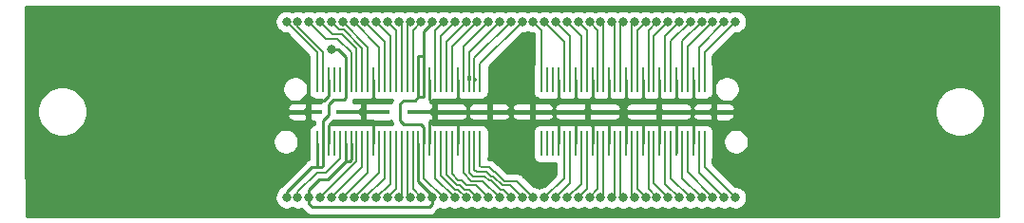
<source format=gbr>
%TF.GenerationSoftware,KiCad,Pcbnew,5.1.10-88a1d61d58~88~ubuntu18.04.1*%
%TF.CreationDate,2021-12-11T14:35:36+07:00*%
%TF.ProjectId,AETINA_AN810_120_PIN_CONNECTOR-EXTENDER,41455449-4e41-45f4-914e-3831305f3132,rev?*%
%TF.SameCoordinates,Original*%
%TF.FileFunction,Copper,L1,Top*%
%TF.FilePolarity,Positive*%
%FSLAX46Y46*%
G04 Gerber Fmt 4.6, Leading zero omitted, Abs format (unit mm)*
G04 Created by KiCad (PCBNEW 5.1.10-88a1d61d58~88~ubuntu18.04.1) date 2021-12-11 14:35:36*
%MOMM*%
%LPD*%
G01*
G04 APERTURE LIST*
%TA.AperFunction,SMDPad,CuDef*%
%ADD10R,0.279000X2.270000*%
%TD*%
%TA.AperFunction,SMDPad,CuDef*%
%ADD11R,2.540000X0.430000*%
%TD*%
%TA.AperFunction,SMDPad,CuDef*%
%ADD12R,4.700000X0.430000*%
%TD*%
%TA.AperFunction,ViaPad*%
%ADD13C,0.800000*%
%TD*%
%TA.AperFunction,Conductor*%
%ADD14C,0.200000*%
%TD*%
%TA.AperFunction,Conductor*%
%ADD15C,0.250000*%
%TD*%
%TA.AperFunction,Conductor*%
%ADD16C,0.300000*%
%TD*%
%TA.AperFunction,Conductor*%
%ADD17C,0.254000*%
%TD*%
%TA.AperFunction,Conductor*%
%ADD18C,0.100000*%
%TD*%
G04 APERTURE END LIST*
D10*
%TO.P,J2,01*%
%TO.N,/CSI_A_D0_P*%
X187952900Y-97160000D03*
%TO.P,J2,02*%
%TO.N,/CSI_B_D0_P*%
X187952900Y-102890000D03*
%TO.P,J2,03*%
%TO.N,/CSI_A_D0_N*%
X187452800Y-97160000D03*
%TO.P,J2,04*%
%TO.N,/CSI_B_D0_N*%
X187452800Y-102890000D03*
%TO.P,J2,05*%
%TO.N,GND*%
X186952700Y-97160000D03*
%TO.P,J2,06*%
X186952700Y-102890000D03*
%TO.P,J2,07*%
%TO.N,/CSI_A_CLK_P*%
X186452600Y-97160000D03*
%TO.P,J2,08*%
%TO.N,/CSI_B_CLK_P*%
X186452600Y-102890000D03*
%TO.P,J2,09*%
%TO.N,/CSI_A_CLK_N*%
X185952500Y-97160000D03*
%TO.P,J2,10*%
%TO.N,/CSI_B_CLK_N*%
X185952500Y-102890000D03*
%TO.P,J2,11*%
%TO.N,GND*%
X185452400Y-97160000D03*
%TO.P,J2,12*%
X185452400Y-102890000D03*
%TO.P,J2,13*%
%TO.N,/CSI_A_D1_P*%
X184952300Y-97160000D03*
%TO.P,J2,14*%
%TO.N,/CSI_B_D1_P*%
X184952300Y-102890000D03*
%TO.P,J2,15*%
%TO.N,/CSI_A_D1_N*%
X184452300Y-97160000D03*
%TO.P,J2,16*%
%TO.N,/CSI_B_D1_N*%
X184452300Y-102890000D03*
%TO.P,J2,17*%
%TO.N,GND*%
X183952200Y-97160000D03*
%TO.P,J2,18*%
X183952200Y-102890000D03*
%TO.P,J2,19*%
%TO.N,/CSI_C_D0_P*%
X183452100Y-97160000D03*
%TO.P,J2,20*%
%TO.N,/CSI_D_D0_P*%
X183452100Y-102890000D03*
%TO.P,J2,21*%
%TO.N,/CSI_C_D0_N*%
X182952000Y-97160000D03*
%TO.P,J2,22*%
%TO.N,/CSI_D_D0_N*%
X182952000Y-102890000D03*
%TO.P,J2,23*%
%TO.N,GND*%
X182451800Y-97160000D03*
%TO.P,J2,24*%
X182451800Y-102890000D03*
%TO.P,J2,25*%
%TO.N,/CSI_C_CLK_P*%
X181951700Y-97160000D03*
%TO.P,J2,26*%
%TO.N,/CSI_D_CLK_P*%
X181951700Y-102890000D03*
%TO.P,J2,27*%
%TO.N,/CSI_C_CLK_N*%
X181451600Y-97160000D03*
%TO.P,J2,28*%
%TO.N,/CSI_D_CLK_N*%
X181451600Y-102890000D03*
%TO.P,J2,29*%
%TO.N,GND*%
X180951500Y-97160000D03*
%TO.P,J2,30*%
X180951500Y-102890000D03*
%TO.P,J2,31*%
%TO.N,/CSI_C_D1_P*%
X180451450Y-97160000D03*
%TO.P,J2,32*%
%TO.N,/CSI_D_D1_P*%
X180451450Y-102890000D03*
%TO.P,J2,33*%
%TO.N,/CSI_C_D1_N*%
X179951350Y-97160000D03*
%TO.P,J2,34*%
%TO.N,/CSI_D_D1_N*%
X179951350Y-102890000D03*
%TO.P,J2,35*%
%TO.N,GND*%
X179451250Y-97160000D03*
%TO.P,J2,36*%
X179451250Y-102890000D03*
%TO.P,J2,37*%
%TO.N,/CSI_E_D0_P*%
X178951150Y-97160000D03*
%TO.P,J2,38*%
%TO.N,/CSI_F_D0_P*%
X178951150Y-102890000D03*
%TO.P,J2,39*%
%TO.N,/CSI_E_D0_N*%
X178451050Y-97160000D03*
%TO.P,J2,40*%
%TO.N,/CSI_F_D0_N*%
X178451050Y-102890000D03*
%TO.P,J2,41*%
%TO.N,GND*%
X177950950Y-97160000D03*
%TO.P,J2,42*%
X177950950Y-102890000D03*
%TO.P,J2,43*%
%TO.N,/CSI_E_CLK_P*%
X177450850Y-97160000D03*
%TO.P,J2,44*%
%TO.N,/CSI_F_CLK_P*%
X177450850Y-102890000D03*
%TO.P,J2,45*%
%TO.N,/CSI_E_CLK_N*%
X176950750Y-97160000D03*
%TO.P,J2,46*%
%TO.N,/CSI_F_CLK_N*%
X176950750Y-102890000D03*
%TO.P,J2,47*%
%TO.N,GND*%
X176450650Y-97160000D03*
%TO.P,J2,48*%
X176450650Y-102890000D03*
%TO.P,J2,49*%
%TO.N,/CSI_E_D1_P*%
X175950550Y-97160000D03*
%TO.P,J2,50*%
%TO.N,/CSI_F_D1_P*%
X175950550Y-102890000D03*
%TO.P,J2,51*%
%TO.N,/CSI_E_D1_N*%
X175450450Y-97160000D03*
%TO.P,J2,52*%
%TO.N,/CSI_F_D1_N*%
X175450450Y-102890000D03*
%TO.P,J2,53*%
%TO.N,GND*%
X174950350Y-97160000D03*
%TO.P,J2,54*%
X174950350Y-102890000D03*
%TO.P,J2,55*%
%TO.N,Net-(J2-Pad55)*%
X174450250Y-97160000D03*
%TO.P,J2,56*%
%TO.N,Net-(J2-Pad56)*%
X174450250Y-102890000D03*
%TO.P,J2,57*%
%TO.N,Net-(J2-Pad57)*%
X173950150Y-97160000D03*
%TO.P,J2,58*%
%TO.N,Net-(J2-Pad58)*%
X173950150Y-102890000D03*
%TO.P,J2,59*%
%TO.N,/CAM_UART3_PSNT_L*%
X173450050Y-97160000D03*
%TO.P,J2,60*%
%TO.N,Net-(J2-Pad60)*%
X173450050Y-102890000D03*
%TO.P,J2,61*%
%TO.N,/CAM_UART3_TXD*%
X167949950Y-97160000D03*
%TO.P,J2,62*%
%TO.N,/SPI2_SCK*%
X167949950Y-102890000D03*
%TO.P,J2,63*%
%TO.N,/CAM_UART3_RXD*%
X167449850Y-97160000D03*
%TO.P,J2,64*%
%TO.N,/SPI2_MISO*%
X167449850Y-102890000D03*
%TO.P,J2,65*%
%TO.N,/CAM_UART3_CTS*%
X166949750Y-97160000D03*
%TO.P,J2,66*%
%TO.N,/SPI2_CS1*%
X166949750Y-102890000D03*
%TO.P,J2,67*%
%TO.N,/CAM_UART3_RTS*%
X166449650Y-97160000D03*
%TO.P,J2,68*%
%TO.N,/SPI2_MOSI*%
X166449650Y-102890000D03*
%TO.P,J2,69*%
%TO.N,GND*%
X165949550Y-97160000D03*
%TO.P,J2,70*%
X165949550Y-102890000D03*
%TO.P,J2,71*%
%TO.N,/AO_DMIC_IN_CLK*%
X165449450Y-97160000D03*
%TO.P,J2,72*%
%TO.N,/I2S3_CLK*%
X165449450Y-102890000D03*
%TO.P,J2,73*%
%TO.N,/AO_DMIC_IN_DAT*%
X164949350Y-97160000D03*
%TO.P,J2,74*%
%TO.N,/I2S3_LRCLK*%
X164949350Y-102890000D03*
%TO.P,J2,75*%
%TO.N,/CAM_I2C_SCL*%
X164449250Y-97160000D03*
%TO.P,J2,76*%
%TO.N,/I2S3_SDIN*%
X164449250Y-102890000D03*
%TO.P,J2,77*%
%TO.N,/CAM_I2C_SDA*%
X163949150Y-97160000D03*
%TO.P,J2,78*%
%TO.N,/I2S3_SDOUT*%
X163949150Y-102890000D03*
%TO.P,J2,79*%
%TO.N,GND*%
X163449050Y-97160000D03*
%TO.P,J2,80*%
X163449050Y-102890000D03*
%TO.P,J2,81*%
%TO.N,/AVDD_CAM*%
X162948950Y-97160000D03*
%TO.P,J2,82*%
X162948950Y-102890000D03*
%TO.P,J2,83*%
X162448850Y-97160000D03*
%TO.P,J2,84*%
%TO.N,/VDD_3V3_SLP*%
X162448850Y-102890000D03*
%TO.P,J2,85*%
%TO.N,/CAM_AF_PWDN*%
X161948750Y-97160000D03*
%TO.P,J2,86*%
%TO.N,/CAM_VSYNC*%
X161948750Y-102890000D03*
%TO.P,J2,87*%
%TO.N,/I2C_PM_CLK*%
X161448650Y-97160000D03*
%TO.P,J2,88*%
%TO.N,/CAM1_MCLK*%
X161448650Y-102890000D03*
%TO.P,J2,89*%
%TO.N,/I2C_PM_DAT*%
X160948550Y-97160000D03*
%TO.P,J2,90*%
%TO.N,/CAM1_PWDN*%
X160948550Y-102890000D03*
%TO.P,J2,91*%
%TO.N,/CAM0_MCLK*%
X160448500Y-97160000D03*
%TO.P,J2,92*%
%TO.N,/CAM1_RST_L*%
X160448500Y-102890000D03*
%TO.P,J2,93*%
%TO.N,/CAM0_PWDN*%
X159948400Y-97160000D03*
%TO.P,J2,94*%
%TO.N,/CAM2_MCLK*%
X159948400Y-102890000D03*
%TO.P,J2,95*%
%TO.N,/CAM0_RST_L*%
X159448300Y-97160000D03*
%TO.P,J2,96*%
%TO.N,/CAM2_PWDN*%
X159448300Y-102890000D03*
%TO.P,J2,97*%
%TO.N,/FLASH_EN*%
X158948200Y-97160000D03*
%TO.P,J2,98*%
%TO.N,/CAM2_RST*%
X158948200Y-102890000D03*
%TO.P,J2,99*%
%TO.N,GND*%
X158448000Y-97160000D03*
%TO.P,J2,100*%
X158448000Y-102890000D03*
%TO.P,J2,101*%
%TO.N,/DVDD_CAM_IO_1V2*%
X157947900Y-97160000D03*
%TO.P,J2,102*%
%TO.N,/DVDD_CAM_IO_1V8*%
X157947900Y-102890000D03*
%TO.P,J2,103*%
%TO.N,/FLASH_INHIBIT*%
X157447800Y-97160000D03*
%TO.P,J2,104*%
%TO.N,/TORCH_EN*%
X157447800Y-102890000D03*
%TO.P,J2,105*%
%TO.N,/I2C_GP0_CLK_1V8*%
X156947700Y-97160000D03*
%TO.P,J2,106*%
%TO.N,/FLASH_STROBE*%
X156947700Y-102890000D03*
%TO.P,J2,107*%
%TO.N,/I2C_GP0_DAT_1V8*%
X156447700Y-97160000D03*
%TO.P,J2,108*%
%TO.N,/VDD_3V3_SLP*%
X156447700Y-102890000D03*
%TO.P,J2,109*%
%TO.N,/VDD_5V0_IO_SYS*%
X155947600Y-97160000D03*
%TO.P,J2,110*%
%TO.N,/VDD_3V3_SLP*%
X155947600Y-102890000D03*
%TO.P,J2,111*%
%TO.N,Net-(J2-Pad111)*%
X155447500Y-97160000D03*
%TO.P,J2,112*%
%TO.N,/MOTION_INT_AP_L*%
X155447500Y-102890000D03*
%TO.P,J2,113*%
%TO.N,Net-(J2-Pad113)*%
X154947400Y-97160000D03*
%TO.P,J2,114*%
%TO.N,Net-(J2-Pad114)*%
X154947400Y-102890000D03*
%TO.P,J2,115*%
%TO.N,GND*%
X154447300Y-97160000D03*
%TO.P,J2,116*%
X154447300Y-102890000D03*
%TO.P,J2,117*%
%TO.N,/MDM2AP_READY_1V8*%
X153947200Y-97160000D03*
%TO.P,J2,118*%
%TO.N,/VDD_5V0_IO_SYS*%
X153947200Y-102890000D03*
%TO.P,J2,119*%
%TO.N,/VDD_SYS_EN*%
X153447100Y-97160000D03*
%TO.P,J2,120*%
%TO.N,/VDD_5V0_IO_SYS*%
X153447100Y-102890000D03*
D11*
%TO.P,J2,G1_1*%
%TO.N,GND*%
X188766500Y-100025000D03*
D12*
%TO.P,J2,G1_2*%
X183876500Y-100025000D03*
%TO.P,J2,G1_3*%
X177526500Y-100025000D03*
D11*
%TO.P,J2,G1_4*%
X172636500Y-100025000D03*
%TO.P,J2,G2_1*%
X168763500Y-100025000D03*
D12*
%TO.P,J2,G2_2*%
X163873500Y-100025000D03*
%TO.P,J2,G2_3*%
X157523500Y-100025000D03*
D11*
%TO.P,J2,G2_4*%
X152633500Y-100025000D03*
%TD*%
D13*
%TO.N,GND*%
X170700000Y-98000000D03*
X170700000Y-102000000D03*
X195700000Y-102000000D03*
X195700000Y-98000000D03*
X145700000Y-102000000D03*
X145700000Y-98000000D03*
X183876500Y-100025000D03*
X177526500Y-100025000D03*
X163873500Y-100025000D03*
X157523500Y-100017260D03*
X170739000Y-100025000D03*
X152633500Y-100025000D03*
X188766500Y-100025000D03*
%TO.N,/SPI2_MOSI*%
X169700000Y-107700000D03*
%TO.N,/SPI2_MISO*%
X171700000Y-107700000D03*
%TO.N,/SPI2_SCK*%
X172700000Y-107700000D03*
%TO.N,/VDD_5V0_IO_SYS*%
X154700000Y-94500000D03*
X150700000Y-107700000D03*
%TO.N,/VDD_3V3_SLP*%
X163700000Y-107700000D03*
X152700000Y-107700000D03*
%TO.N,/VDD_SYS_EN*%
X150700000Y-92000000D03*
%TO.N,/MDM2AP_READY_1V8*%
X151700000Y-92000000D03*
%TO.N,/MOTION_INT_AP_L*%
X151700000Y-107700000D03*
%TO.N,/I2C_GP0_DAT_1V8*%
X152700000Y-92000000D03*
%TO.N,/FLASH_STROBE*%
X153700000Y-107700000D03*
%TO.N,/I2C_GP0_CLK_1V8*%
X153700000Y-92000000D03*
%TO.N,/TORCH_EN*%
X154700000Y-107700000D03*
%TO.N,/FLASH_INHIBIT*%
X154700000Y-92000000D03*
%TO.N,/DVDD_CAM_IO_1V8*%
X155700000Y-107700000D03*
%TO.N,/DVDD_CAM_IO_1V2*%
X155700000Y-92000000D03*
%TO.N,/CAM2_RST*%
X156700000Y-107700000D03*
%TO.N,/FLASH_EN*%
X156700000Y-92000000D03*
%TO.N,/CAM2_PWDN*%
X157700000Y-107700000D03*
%TO.N,/CAM0_RST_L*%
X157700000Y-92000000D03*
%TO.N,/CAM2_MCLK*%
X158700000Y-107700000D03*
%TO.N,/CAM0_PWDN*%
X158700000Y-92000000D03*
%TO.N,/CAM1_RST_L*%
X159700000Y-107700000D03*
%TO.N,/CAM0_MCLK*%
X159700000Y-92000000D03*
%TO.N,/CAM1_PWDN*%
X160700000Y-107700000D03*
%TO.N,/I2C_PM_DAT*%
X160700000Y-92000000D03*
%TO.N,/CAM1_MCLK*%
X161700000Y-107700000D03*
%TO.N,/I2C_PM_CLK*%
X161700000Y-92000000D03*
%TO.N,/CAM_VSYNC*%
X162700000Y-107700000D03*
%TO.N,/CAM_AF_PWDN*%
X162700000Y-92000000D03*
%TO.N,/AVDD_CAM*%
X163700000Y-92000000D03*
X164700000Y-107700000D03*
%TO.N,/I2S3_SDOUT*%
X165700000Y-107700000D03*
%TO.N,/CAM_I2C_SDA*%
X164700000Y-92000000D03*
%TO.N,/I2S3_SDIN*%
X166700000Y-107700000D03*
%TO.N,/CAM_I2C_SCL*%
X165700000Y-92000000D03*
%TO.N,/I2S3_LRCLK*%
X167700000Y-107700000D03*
%TO.N,/AO_DMIC_IN_DAT*%
X166700000Y-92000000D03*
%TO.N,/I2S3_CLK*%
X168700000Y-107700000D03*
%TO.N,/AO_DMIC_IN_CLK*%
X167700000Y-92000000D03*
%TO.N,/CAM_UART3_RTS*%
X168700000Y-92000000D03*
%TO.N,/SPI2_CS1*%
X170700000Y-107700000D03*
%TO.N,/CAM_UART3_CTS*%
X169700000Y-92000000D03*
%TO.N,/CAM_UART3_RXD*%
X170700000Y-92000000D03*
%TO.N,/CAM_UART3_TXD*%
X171700000Y-92000000D03*
%TO.N,/CAM_UART3_PSNT_L*%
X172700000Y-92000000D03*
%TO.N,/CSI_F_D1_P*%
X174700000Y-107700000D03*
%TO.N,/CSI_E_D1_N*%
X173700000Y-92000000D03*
%TO.N,/CSI_E_D1_P*%
X174700000Y-92000000D03*
%TO.N,/CSI_F_CLK_N*%
X175700000Y-107700000D03*
%TO.N,/CSI_E_CLK_N*%
X175700000Y-92000000D03*
%TO.N,/CSI_F_CLK_P*%
X176700000Y-107700000D03*
%TO.N,/CSI_E_CLK_P*%
X176700000Y-92000000D03*
%TO.N,/CSI_F_D0_N*%
X177700000Y-107700000D03*
%TO.N,/CSI_E_D0_N*%
X177700000Y-92000000D03*
%TO.N,/CSI_F_D0_P*%
X178700000Y-107700000D03*
%TO.N,/CSI_E_D0_P*%
X178700000Y-92000000D03*
%TO.N,/CSI_D_D1_N*%
X179700000Y-107700000D03*
%TO.N,/CSI_C_D1_N*%
X179700000Y-92000000D03*
%TO.N,/CSI_D_D1_P*%
X180700000Y-107700000D03*
%TO.N,/CSI_C_D1_P*%
X180700000Y-92000000D03*
%TO.N,/CSI_D_CLK_N*%
X181700000Y-107700000D03*
%TO.N,/CSI_C_CLK_N*%
X181700000Y-92000000D03*
%TO.N,/CSI_D_CLK_P*%
X182700000Y-107700000D03*
%TO.N,/CSI_C_CLK_P*%
X182700000Y-92000000D03*
%TO.N,/CSI_D_D0_N*%
X183700000Y-107700000D03*
%TO.N,/CSI_C_D0_N*%
X183700000Y-92000000D03*
%TO.N,/CSI_D_D0_P*%
X184700000Y-107700000D03*
%TO.N,/CSI_C_D0_P*%
X184700000Y-92000000D03*
%TO.N,/CSI_B_D1_N*%
X185700000Y-107700000D03*
%TO.N,/CSI_A_D1_N*%
X185700000Y-92000000D03*
%TO.N,/CSI_B_D1_P*%
X186700000Y-107700000D03*
%TO.N,/CSI_A_D1_P*%
X186700000Y-92000000D03*
%TO.N,/CSI_B_CLK_N*%
X187700000Y-107700000D03*
%TO.N,/CSI_A_CLK_N*%
X187700000Y-92000000D03*
%TO.N,/CSI_B_CLK_P*%
X188700000Y-107700000D03*
%TO.N,/CSI_A_CLK_P*%
X188700000Y-92000000D03*
%TO.N,/CSI_B_D0_N*%
X189700000Y-107700000D03*
%TO.N,/CSI_A_D0_N*%
X189700000Y-92000000D03*
%TO.N,/CSI_B_D0_P*%
X190700000Y-107700000D03*
%TO.N,/CSI_A_D0_P*%
X190700000Y-92000000D03*
%TO.N,/CSI_F_D1_N*%
X173700000Y-107700000D03*
%TD*%
D14*
%TO.N,GND*%
X156967800Y-99974300D02*
X157043500Y-100050000D01*
X181971800Y-99068200D02*
X181960000Y-99080000D01*
X175970650Y-99079350D02*
X175970000Y-99080000D01*
D15*
X186470800Y-99078540D02*
X186469340Y-99080000D01*
X177950950Y-99062990D02*
X177967960Y-99080000D01*
X177950950Y-97160000D02*
X177950950Y-99062990D01*
X177967960Y-99080000D02*
X177467580Y-99080000D01*
X174950350Y-97289850D02*
X174949800Y-97290400D01*
X174949800Y-97290400D02*
X174949800Y-99080000D01*
X174950350Y-97160000D02*
X174950350Y-97289850D01*
X176450650Y-99022510D02*
X176393160Y-99080000D01*
X176450650Y-97160000D02*
X176450650Y-99022510D01*
X177467580Y-99080000D02*
X176393160Y-99080000D01*
X176393160Y-99080000D02*
X174949800Y-99080000D01*
X172636500Y-99082540D02*
X172636500Y-100025000D01*
X174949800Y-99080000D02*
X172639040Y-99080000D01*
X172639040Y-99080000D02*
X172636500Y-99082540D01*
X177526500Y-100025000D02*
X177526500Y-100025000D01*
X172636500Y-100025000D02*
X170739000Y-100025000D01*
X165949550Y-98545000D02*
X165950900Y-98546350D01*
X165949550Y-97160000D02*
X165949550Y-98545000D01*
X168732250Y-99044810D02*
X168763500Y-99076060D01*
X168763500Y-99076060D02*
X168763500Y-100025000D01*
X165949550Y-98545000D02*
X165949550Y-99030870D01*
X165949550Y-99030870D02*
X165935610Y-99044810D01*
X165935610Y-99044810D02*
X168732250Y-99044810D01*
X186952700Y-102657720D02*
X186946540Y-102651560D01*
X186952700Y-102890000D02*
X186952700Y-102657720D01*
X186952700Y-102175500D02*
X186956700Y-102171500D01*
X186952700Y-102890000D02*
X186952700Y-102175500D01*
X186956700Y-102171500D02*
X186956700Y-100804980D01*
X186956700Y-100804980D02*
X188653420Y-100804980D01*
X188766500Y-100691900D02*
X188766500Y-100025000D01*
X183876500Y-99137920D02*
X183934420Y-99080000D01*
X183876500Y-100025000D02*
X183876500Y-100025000D01*
X183934420Y-99080000D02*
X184952960Y-99080000D01*
X185452400Y-102890000D02*
X185452400Y-100827220D01*
X185452400Y-100827220D02*
X185430160Y-100804980D01*
X186956700Y-100804980D02*
X185430160Y-100804980D01*
X183954420Y-102349300D02*
X183954420Y-100804980D01*
X183952200Y-102351520D02*
X183954420Y-102349300D01*
X183952200Y-102890000D02*
X183952200Y-102351520D01*
X185430160Y-100804980D02*
X183954420Y-100804980D01*
X182451800Y-100882240D02*
X182374540Y-100804980D01*
X182451800Y-102890000D02*
X182451800Y-100882240D01*
X183954420Y-100804980D02*
X182374540Y-100804980D01*
X180951500Y-102890000D02*
X180951500Y-100831020D01*
X180951500Y-100831020D02*
X180977540Y-100804980D01*
X182374540Y-100804980D02*
X180977540Y-100804980D01*
X179451250Y-100870770D02*
X179517040Y-100804980D01*
X179451250Y-102890000D02*
X179451250Y-100870770D01*
X180977540Y-100804980D02*
X179517040Y-100804980D01*
X177950950Y-100826390D02*
X177929540Y-100804980D01*
X177950950Y-102890000D02*
X177950950Y-100826390D01*
X179517040Y-100804980D02*
X177929540Y-100804980D01*
X174950350Y-100820450D02*
X174934880Y-100804980D01*
X174950350Y-102890000D02*
X174950350Y-100820450D01*
X165949550Y-100869830D02*
X166014400Y-100804980D01*
X165949550Y-102890000D02*
X165949550Y-100869830D01*
X174934880Y-100804980D02*
X166014400Y-100804980D01*
X163449050Y-100886210D02*
X163530280Y-100804980D01*
X163449050Y-102890000D02*
X163449050Y-100886210D01*
X163449050Y-97160000D02*
X163449050Y-98938030D01*
X186952700Y-97514220D02*
X186951620Y-97515300D01*
X186952700Y-97160000D02*
X186952700Y-97514220D01*
X186951620Y-97515300D02*
X186951620Y-99075240D01*
X186948320Y-99078540D02*
X186470800Y-99078540D01*
X186951620Y-99075240D02*
X186948320Y-99078540D01*
X185452400Y-99079060D02*
X185453340Y-99080000D01*
X185452400Y-97160000D02*
X185452400Y-99079060D01*
X184952960Y-99080000D02*
X185453340Y-99080000D01*
X185453340Y-99080000D02*
X186469340Y-99080000D01*
X183952200Y-99062220D02*
X183876500Y-99137920D01*
X183952200Y-97160000D02*
X183952200Y-99062220D01*
X182451800Y-99053440D02*
X182478360Y-99080000D01*
X182451800Y-97160000D02*
X182451800Y-99053440D01*
X181960000Y-99080000D02*
X182478360Y-99080000D01*
X182478360Y-99080000D02*
X183934420Y-99080000D01*
X179451250Y-99026730D02*
X179397980Y-99080000D01*
X179451250Y-97160000D02*
X179451250Y-99026730D01*
X179397980Y-99080000D02*
X177967960Y-99080000D01*
X180951500Y-99013640D02*
X181017860Y-99080000D01*
X180951500Y-97160000D02*
X180951500Y-99013640D01*
X181960000Y-99080000D02*
X181017860Y-99080000D01*
X181017860Y-99080000D02*
X179397980Y-99080000D01*
X186948320Y-99078540D02*
X188585600Y-99078540D01*
X188585600Y-99078540D02*
X188586360Y-99077780D01*
X188586360Y-99077780D02*
X188765180Y-99077780D01*
X188766500Y-99079100D02*
X188766500Y-100025000D01*
X188765180Y-99077780D02*
X188766500Y-99079100D01*
X188766500Y-100691900D02*
X188653420Y-100804980D01*
X152633500Y-99187180D02*
X152633500Y-100025000D01*
X152775870Y-99044810D02*
X152633500Y-99187180D01*
X163873500Y-100794500D02*
X163863020Y-100804980D01*
X163873500Y-100025000D02*
X163873500Y-100025000D01*
X166014400Y-100804980D02*
X163863020Y-100804980D01*
X163863020Y-100804980D02*
X163530280Y-100804980D01*
X154447300Y-101254620D02*
X154447300Y-102890000D01*
X154896940Y-100804980D02*
X154447300Y-101254620D01*
X158448000Y-102890000D02*
X158448000Y-100825040D01*
X154447300Y-98617980D02*
X154020470Y-99044810D01*
X152775870Y-99044810D02*
X154020470Y-99044810D01*
X154447300Y-98564640D02*
X154447300Y-98617980D01*
X154447300Y-97160000D02*
X154447300Y-98564640D01*
X157523500Y-99118100D02*
X157523500Y-100017260D01*
X158448000Y-97160000D02*
X158448000Y-98966280D01*
X157675320Y-98966280D02*
X157523500Y-99118100D01*
X158448000Y-98966280D02*
X157675320Y-98966280D01*
X163555830Y-99044810D02*
X163449050Y-98938030D01*
X165935610Y-99044810D02*
X163555830Y-99044810D01*
X176450650Y-102584910D02*
X176453800Y-102581760D01*
X176450650Y-102890000D02*
X176450650Y-102584910D01*
X177929540Y-100804980D02*
X176453800Y-100804980D01*
X176453800Y-102581760D02*
X176453800Y-100804980D01*
X176453800Y-100804980D02*
X174934880Y-100804980D01*
X158427940Y-100804980D02*
X158448000Y-100825040D01*
X157523500Y-100789420D02*
X157507940Y-100804980D01*
X157523500Y-100025000D02*
X157523500Y-100789420D01*
X154896940Y-100804980D02*
X157507940Y-100804980D01*
X157507940Y-100804980D02*
X158427940Y-100804980D01*
X185452400Y-103674560D02*
X185445400Y-103681560D01*
X185452400Y-102890000D02*
X185452400Y-103674560D01*
X183876500Y-100025000D02*
X183876500Y-99137920D01*
X177526500Y-100025000D02*
X172636500Y-100025000D01*
X163873500Y-100025000D02*
X163873500Y-100794500D01*
X157523500Y-100017260D02*
X157523500Y-100025000D01*
X170739000Y-100025000D02*
X168763500Y-100025000D01*
X152633500Y-100025000D02*
X152633500Y-100025000D01*
X188766500Y-100025000D02*
X188766500Y-100025000D01*
D14*
%TO.N,/SPI2_MOSI*%
X168197400Y-106197400D02*
X169700000Y-107700000D01*
X167132722Y-106197400D02*
X168197400Y-106197400D01*
X166449650Y-105514328D02*
X167132722Y-106197400D01*
X166449650Y-102890000D02*
X166449650Y-105514328D01*
%TO.N,/SPI2_MISO*%
X169911035Y-106599989D02*
X170599989Y-106599989D01*
X167449850Y-102890000D02*
X167449850Y-105181750D01*
X167665480Y-105397380D02*
X168528778Y-105397380D01*
X170599989Y-106599989D02*
X171700000Y-107700000D01*
X167449850Y-105181750D02*
X167665480Y-105397380D01*
X169090792Y-105779746D02*
X169911035Y-106599989D01*
X168528778Y-105397380D02*
X168911144Y-105779746D01*
X168911144Y-105779746D02*
X169090792Y-105779746D01*
%TO.N,/SPI2_SCK*%
X171199979Y-106199979D02*
X172700000Y-107700000D01*
X170076723Y-106199979D02*
X171199979Y-106199979D01*
X169256481Y-105379736D02*
X170076723Y-106199979D01*
X167949950Y-102890000D02*
X167949950Y-104869050D01*
X167949950Y-104869050D02*
X168078270Y-104997370D01*
X168078270Y-104997370D02*
X168768934Y-104997370D01*
X168768934Y-104997370D02*
X169151300Y-105379736D01*
X169151300Y-105379736D02*
X169256481Y-105379736D01*
D15*
%TO.N,/VDD_5V0_IO_SYS*%
X153947200Y-102890000D02*
X153947200Y-100835120D01*
X153947200Y-100835120D02*
X154477720Y-100304600D01*
X154477720Y-100304600D02*
X154477720Y-99397820D01*
X154477720Y-99397820D02*
X154901900Y-98973640D01*
X154901900Y-98973640D02*
X155793440Y-98973640D01*
X155947600Y-98819480D02*
X155947600Y-97160000D01*
X155793440Y-98973640D02*
X155947600Y-98819480D01*
X153447100Y-102890000D02*
X153447100Y-104952900D01*
X153947200Y-102890000D02*
X153947200Y-104835620D01*
X153947200Y-104835620D02*
X153829920Y-104952900D01*
X155947600Y-97160000D02*
X155947600Y-95185720D01*
X155261880Y-94500000D02*
X154700000Y-94500000D01*
X155947600Y-95185720D02*
X155261880Y-94500000D01*
X153829920Y-104952900D02*
X152953620Y-104952900D01*
X150700000Y-107206520D02*
X150700000Y-107700000D01*
X152953620Y-104952900D02*
X150700000Y-107206520D01*
%TO.N,/VDD_3V3_SLP*%
X155947600Y-102890000D02*
X155947600Y-104452400D01*
X152700000Y-108265685D02*
X152978675Y-108544360D01*
X152700000Y-107700000D02*
X152700000Y-108265685D01*
X152978675Y-108544360D02*
X163408360Y-108544360D01*
X163700000Y-108252720D02*
X163700000Y-107700000D01*
X163408360Y-108544360D02*
X163700000Y-108252720D01*
X155947600Y-104452400D02*
X156281140Y-104452400D01*
X156447700Y-104285840D02*
X156447700Y-102890000D01*
X156281140Y-104452400D02*
X156447700Y-104285840D01*
X163700000Y-107529220D02*
X162448850Y-106278070D01*
X163700000Y-107700000D02*
X163700000Y-107529220D01*
X162448850Y-102890000D02*
X162448850Y-106278070D01*
X154368100Y-106031900D02*
X153647540Y-106031900D01*
X155947600Y-104452400D02*
X154368100Y-106031900D01*
X152700000Y-106979440D02*
X152700000Y-107700000D01*
X153647540Y-106031900D02*
X152700000Y-106979440D01*
D14*
%TO.N,/VDD_SYS_EN*%
X153447100Y-94747100D02*
X150700000Y-92000000D01*
X153447100Y-97160000D02*
X153447100Y-94747100D01*
%TO.N,/MDM2AP_READY_1V8*%
X151700000Y-92434302D02*
X151700000Y-92000000D01*
X153947200Y-97160000D02*
X153947200Y-94681502D01*
X153947200Y-94681502D02*
X151700000Y-92434302D01*
%TO.N,/MOTION_INT_AP_L*%
X155447500Y-102890000D02*
X155447500Y-104225000D01*
X154194850Y-105477650D02*
X153404230Y-105477650D01*
X155447500Y-104225000D02*
X154194850Y-105477650D01*
X151700000Y-107181880D02*
X151700000Y-107700000D01*
X153404230Y-105477650D02*
X151700000Y-107181880D01*
%TO.N,/I2C_GP0_DAT_1V8*%
X156447700Y-97160000D02*
X156447700Y-94738481D01*
X154200021Y-93500021D02*
X152700000Y-92000000D01*
X155209240Y-93500021D02*
X154200021Y-93500021D01*
X156447700Y-94738481D02*
X155209240Y-93500021D01*
%TO.N,/FLASH_STROBE*%
X153700000Y-107663998D02*
X153700000Y-107700000D01*
X156947700Y-104416298D02*
X153700000Y-107663998D01*
X156947700Y-102890000D02*
X156947700Y-104416298D01*
%TO.N,/I2C_GP0_CLK_1V8*%
X155624651Y-93100011D02*
X154800011Y-93100011D01*
X154800011Y-93100011D02*
X153700000Y-92000000D01*
X156947700Y-94423060D02*
X155624651Y-93100011D01*
X156947700Y-97160000D02*
X156947700Y-94423060D01*
%TO.N,/TORCH_EN*%
X157447800Y-104952200D02*
X154700000Y-107700000D01*
X157447800Y-102890000D02*
X157447800Y-104952200D01*
%TO.N,/FLASH_INHIBIT*%
X155798301Y-92700001D02*
X155400001Y-92700001D01*
X155400001Y-92700001D02*
X154700000Y-92000000D01*
X157447800Y-94349500D02*
X155798301Y-92700001D01*
X157447800Y-97160000D02*
X157447800Y-94349500D01*
%TO.N,/DVDD_CAM_IO_1V8*%
X157947900Y-105452100D02*
X155700000Y-107700000D01*
X157947900Y-102890000D02*
X157947900Y-105452100D01*
%TO.N,/DVDD_CAM_IO_1V2*%
X155700000Y-92036002D02*
X155700000Y-92000000D01*
X157947900Y-94283902D02*
X155700000Y-92036002D01*
X157947900Y-97160000D02*
X157947900Y-94283902D01*
%TO.N,/CAM2_RST*%
X158948200Y-105451800D02*
X156700000Y-107700000D01*
X158948200Y-102890000D02*
X158948200Y-105451800D01*
%TO.N,/FLASH_EN*%
X156700000Y-92036002D02*
X156700000Y-92000000D01*
X158948200Y-94284202D02*
X156700000Y-92036002D01*
X158948200Y-97160000D02*
X158948200Y-94284202D01*
%TO.N,/CAM2_PWDN*%
X159448300Y-105951700D02*
X157700000Y-107700000D01*
X159448300Y-102890000D02*
X159448300Y-105951700D01*
%TO.N,/CAM0_RST_L*%
X159448300Y-93748300D02*
X157700000Y-92000000D01*
X159448300Y-97160000D02*
X159448300Y-93748300D01*
%TO.N,/CAM2_MCLK*%
X159948400Y-106451600D02*
X158700000Y-107700000D01*
X159948400Y-102890000D02*
X159948400Y-106451600D01*
%TO.N,/CAM0_PWDN*%
X159948400Y-93248400D02*
X158700000Y-92000000D01*
X159948400Y-97160000D02*
X159948400Y-93248400D01*
%TO.N,/CAM1_RST_L*%
X160448500Y-106951500D02*
X159700000Y-107700000D01*
X160448500Y-102890000D02*
X160448500Y-106951500D01*
%TO.N,/CAM0_MCLK*%
X160448500Y-92748500D02*
X159700000Y-92000000D01*
X160448500Y-97160000D02*
X160448500Y-92748500D01*
%TO.N,/CAM1_PWDN*%
X160948550Y-107451450D02*
X160700000Y-107700000D01*
X160948550Y-102890000D02*
X160948550Y-107451450D01*
%TO.N,/I2C_PM_DAT*%
X160948550Y-92248550D02*
X160700000Y-92000000D01*
X160948550Y-97160000D02*
X160948550Y-92248550D01*
%TO.N,/CAM1_MCLK*%
X161448650Y-107448650D02*
X161700000Y-107700000D01*
X161448650Y-102890000D02*
X161448650Y-107448650D01*
%TO.N,/I2C_PM_CLK*%
X161468750Y-97185000D02*
X161468750Y-96891250D01*
X161448650Y-92251350D02*
X161700000Y-92000000D01*
X161448650Y-97160000D02*
X161448650Y-92251350D01*
%TO.N,/CAM_VSYNC*%
X161948750Y-106948750D02*
X162700000Y-107700000D01*
X161948750Y-102890000D02*
X161948750Y-106948750D01*
%TO.N,/CAM_AF_PWDN*%
X161948750Y-92751250D02*
X162700000Y-92000000D01*
X161948750Y-97160000D02*
X161948750Y-92751250D01*
D15*
%TO.N,/AVDD_CAM*%
X162948950Y-101414250D02*
X162948950Y-102890000D01*
X162674960Y-101140260D02*
X162948950Y-101414250D01*
X162448850Y-97160000D02*
X162448850Y-98719030D01*
X162143440Y-99024440D02*
X161109660Y-99024440D01*
X162448850Y-98719030D02*
X162143440Y-99024440D01*
X161109660Y-99024440D02*
X160822640Y-99311460D01*
X160822640Y-100794820D02*
X161168080Y-101140260D01*
X161168080Y-101140260D02*
X162674960Y-101140260D01*
X160822640Y-99311460D02*
X160822640Y-100794820D01*
X162448850Y-98719030D02*
X162942930Y-98719030D01*
X162948950Y-98713010D02*
X162948950Y-97160000D01*
X162942930Y-98719030D02*
X162948950Y-98713010D01*
D14*
X162948950Y-105948950D02*
X164700000Y-107700000D01*
X162948950Y-102890000D02*
X162948950Y-105948950D01*
D15*
X163700000Y-92073002D02*
X163700000Y-92000000D01*
X162948950Y-92824052D02*
X163700000Y-92073002D01*
X162448850Y-97160000D02*
X162448850Y-95086830D01*
X162451110Y-95084570D02*
X162948950Y-95084570D01*
X162448850Y-95086830D02*
X162451110Y-95084570D01*
X162948950Y-97160000D02*
X162948950Y-95084570D01*
X162948950Y-95084570D02*
X162948950Y-92824052D01*
D14*
%TO.N,/I2S3_SDOUT*%
X163949150Y-105949150D02*
X165700000Y-107700000D01*
X163949150Y-102890000D02*
X163949150Y-105949150D01*
%TO.N,/CAM_I2C_SDA*%
X163949150Y-92750850D02*
X164700000Y-92000000D01*
X163949150Y-97160000D02*
X163949150Y-92750850D01*
%TO.N,/I2S3_SDIN*%
X165999999Y-106999999D02*
X166004680Y-107004680D01*
X165724799Y-106999999D02*
X165999999Y-106999999D01*
X166004680Y-107004680D02*
X166700000Y-107700000D01*
X164449250Y-105724450D02*
X165724799Y-106999999D01*
X164449250Y-102890000D02*
X164449250Y-105724450D01*
%TO.N,/CAM_I2C_SCL*%
X164449250Y-93250750D02*
X165700000Y-92000000D01*
X164449250Y-97160000D02*
X164449250Y-93250750D01*
%TO.N,/I2S3_LRCLK*%
X166999999Y-106999999D02*
X167700000Y-107700000D01*
X166565698Y-106999999D02*
X166999999Y-106999999D01*
X166165688Y-106599989D02*
X166565698Y-106999999D01*
X165890486Y-106599988D02*
X166165688Y-106599989D01*
X164949350Y-102890000D02*
X164949350Y-105658852D01*
X164949350Y-105658852D02*
X165890486Y-106599988D01*
%TO.N,/AO_DMIC_IN_DAT*%
X164949350Y-93750650D02*
X166700000Y-92000000D01*
X164949350Y-97160000D02*
X164949350Y-93750650D01*
%TO.N,/I2S3_CLK*%
X167599989Y-106599989D02*
X168700000Y-107700000D01*
X166731387Y-106599989D02*
X167599989Y-106599989D01*
X166283359Y-106151961D02*
X166731387Y-106599989D01*
X166008157Y-106151961D02*
X166283359Y-106151961D01*
X165449450Y-105593254D02*
X166008157Y-106151961D01*
X165449450Y-102890000D02*
X165449450Y-105593254D01*
%TO.N,/AO_DMIC_IN_CLK*%
X165449450Y-94250550D02*
X167700000Y-92000000D01*
X165449450Y-97160000D02*
X165449450Y-94250550D01*
%TO.N,/CAM_UART3_RTS*%
X166469750Y-96540250D02*
X166460000Y-96530500D01*
X166469750Y-97185000D02*
X166469750Y-96540250D01*
X166449650Y-94250350D02*
X168700000Y-92000000D01*
X166449650Y-97160000D02*
X166449650Y-94250350D01*
%TO.N,/SPI2_CS1*%
X169999999Y-106999999D02*
X170700000Y-107700000D01*
X169745347Y-106999999D02*
X169999999Y-106999999D01*
X168745454Y-106179756D02*
X168363089Y-105797390D01*
X168925104Y-106179756D02*
X168745454Y-106179756D01*
X168925104Y-106179756D02*
X169745347Y-106999999D01*
X168363089Y-105797390D02*
X167298410Y-105797390D01*
X166949750Y-105448730D02*
X166949750Y-104059350D01*
X167298410Y-105797390D02*
X166949750Y-105448730D01*
X166949750Y-102890000D02*
X166949750Y-104059350D01*
D16*
%TO.N,/CAM_UART3_CTS*%
X166969850Y-96949850D02*
X166970000Y-96949700D01*
X166969850Y-97185000D02*
X166969850Y-96949850D01*
D14*
X166949750Y-94750250D02*
X169700000Y-92000000D01*
X166949750Y-97160000D02*
X166949750Y-94750250D01*
D16*
%TO.N,/CAM_UART3_RXD*%
X167470000Y-97184950D02*
X167469950Y-97185000D01*
D14*
X167449850Y-95250150D02*
X170700000Y-92000000D01*
X167449850Y-97160000D02*
X167449850Y-95250150D01*
%TO.N,/CAM_UART3_TXD*%
X167949950Y-95750050D02*
X171700000Y-92000000D01*
X167949950Y-97160000D02*
X167949950Y-95750050D01*
%TO.N,/CAM_UART3_PSNT_L*%
X173450050Y-92750050D02*
X172700000Y-92000000D01*
X173450050Y-97160000D02*
X173450050Y-92750050D01*
%TO.N,/CSI_F_D1_P*%
X174700000Y-107663998D02*
X174700000Y-107700000D01*
X175950550Y-106413448D02*
X174700000Y-107663998D01*
X175950550Y-102890000D02*
X175950550Y-106413448D01*
%TO.N,/CSI_E_D1_N*%
X173700000Y-92036002D02*
X173700000Y-92000000D01*
X175450450Y-93786452D02*
X173700000Y-92036002D01*
X175450450Y-97160000D02*
X175450450Y-93786452D01*
%TO.N,/CSI_E_D1_P*%
X175950550Y-93250550D02*
X174700000Y-92000000D01*
X175950550Y-97160000D02*
X175950550Y-93250550D01*
%TO.N,/CSI_F_CLK_N*%
X176950750Y-106449250D02*
X175700000Y-107700000D01*
X176950750Y-102890000D02*
X176950750Y-106449250D01*
%TO.N,/CSI_E_CLK_N*%
X176950750Y-93250750D02*
X175700000Y-92000000D01*
X176950750Y-97160000D02*
X176950750Y-93250750D01*
%TO.N,/CSI_F_CLK_P*%
X177450850Y-106949150D02*
X176700000Y-107700000D01*
X177450850Y-102890000D02*
X177450850Y-106949150D01*
%TO.N,/CSI_E_CLK_P*%
X177450850Y-92750850D02*
X176700000Y-92000000D01*
X177450850Y-97160000D02*
X177450850Y-92750850D01*
%TO.N,/CSI_F_D0_N*%
X178451050Y-106948950D02*
X177700000Y-107700000D01*
X178451050Y-102890000D02*
X178451050Y-106948950D01*
%TO.N,/CSI_E_D0_N*%
X178451050Y-92751050D02*
X177700000Y-92000000D01*
X178451050Y-97160000D02*
X178451050Y-92751050D01*
%TO.N,/CSI_F_D0_P*%
X178951150Y-107448850D02*
X178700000Y-107700000D01*
X178951150Y-102890000D02*
X178951150Y-107448850D01*
%TO.N,/CSI_E_D0_P*%
X178951150Y-92251150D02*
X178700000Y-92000000D01*
X178951150Y-97160000D02*
X178951150Y-92251150D01*
%TO.N,/CSI_D_D1_N*%
X179951350Y-107448650D02*
X179700000Y-107700000D01*
X179951350Y-102890000D02*
X179951350Y-107448650D01*
%TO.N,/CSI_C_D1_N*%
X179951350Y-92251350D02*
X179700000Y-92000000D01*
X179951350Y-97160000D02*
X179951350Y-92251350D01*
%TO.N,/CSI_D_D1_P*%
X180451450Y-107451450D02*
X180700000Y-107700000D01*
X180451450Y-102890000D02*
X180451450Y-107451450D01*
%TO.N,/CSI_C_D1_P*%
X180451450Y-92248550D02*
X180700000Y-92000000D01*
X180451450Y-97160000D02*
X180451450Y-92248550D01*
%TO.N,/CSI_D_CLK_N*%
X181451600Y-107451600D02*
X181700000Y-107700000D01*
X181451600Y-102890000D02*
X181451600Y-107451600D01*
%TO.N,/CSI_C_CLK_N*%
X181451600Y-92248400D02*
X181700000Y-92000000D01*
X181451600Y-97160000D02*
X181451600Y-92248400D01*
%TO.N,/CSI_D_CLK_P*%
X181951700Y-106951700D02*
X182700000Y-107700000D01*
X181951700Y-102890000D02*
X181951700Y-106951700D01*
%TO.N,/CSI_C_CLK_P*%
X181951700Y-92748300D02*
X182700000Y-92000000D01*
X181951700Y-97160000D02*
X181951700Y-92748300D01*
%TO.N,/CSI_D_D0_N*%
X182952000Y-106952000D02*
X183700000Y-107700000D01*
X182952000Y-102890000D02*
X182952000Y-106952000D01*
%TO.N,/CSI_C_D0_N*%
X182952000Y-92748000D02*
X183700000Y-92000000D01*
X182952000Y-97160000D02*
X182952000Y-92748000D01*
%TO.N,/CSI_D_D0_P*%
X184700000Y-107663998D02*
X184700000Y-107700000D01*
X183452100Y-106416098D02*
X184700000Y-107663998D01*
X183452100Y-102890000D02*
X183452100Y-106416098D01*
%TO.N,/CSI_C_D0_P*%
X183452100Y-93247900D02*
X184700000Y-92000000D01*
X183452100Y-97160000D02*
X183452100Y-93247900D01*
%TO.N,/CSI_B_D1_N*%
X184452300Y-106452300D02*
X185700000Y-107700000D01*
X184452300Y-102890000D02*
X184452300Y-106452300D01*
%TO.N,/CSI_A_D1_N*%
X184452300Y-93247700D02*
X185700000Y-92000000D01*
X184452300Y-97160000D02*
X184452300Y-93247700D01*
%TO.N,/CSI_B_D1_P*%
X184952300Y-105952300D02*
X186700000Y-107700000D01*
X184952300Y-102890000D02*
X184952300Y-105952300D01*
%TO.N,/CSI_A_D1_P*%
X184952300Y-93747700D02*
X186700000Y-92000000D01*
X184952300Y-97160000D02*
X184952300Y-93747700D01*
%TO.N,/CSI_B_CLK_N*%
X185952500Y-105952500D02*
X187700000Y-107700000D01*
X185952500Y-102890000D02*
X185952500Y-105952500D01*
%TO.N,/CSI_A_CLK_N*%
X185952500Y-93747500D02*
X187700000Y-92000000D01*
X185952500Y-97160000D02*
X185952500Y-93747500D01*
%TO.N,/CSI_B_CLK_P*%
X188700000Y-107663998D02*
X188700000Y-107700000D01*
X186452600Y-105416598D02*
X188700000Y-107663998D01*
X186452600Y-102890000D02*
X186452600Y-105416598D01*
%TO.N,/CSI_A_CLK_P*%
X186452600Y-94247400D02*
X188700000Y-92000000D01*
X186452600Y-97160000D02*
X186452600Y-94247400D01*
%TO.N,/CSI_B_D0_N*%
X187452800Y-105452800D02*
X189700000Y-107700000D01*
X187452800Y-102890000D02*
X187452800Y-105452800D01*
%TO.N,/CSI_A_D0_N*%
X189700000Y-92036002D02*
X189700000Y-92000000D01*
X187452800Y-94283202D02*
X189700000Y-92036002D01*
X187452800Y-97160000D02*
X187452800Y-94283202D01*
%TO.N,/CSI_B_D0_P*%
X187952900Y-104952900D02*
X190700000Y-107700000D01*
X187952900Y-102890000D02*
X187952900Y-104952900D01*
%TO.N,/CSI_A_D0_P*%
X187952900Y-94747100D02*
X190700000Y-92000000D01*
X187952900Y-97160000D02*
X187952900Y-94747100D01*
%TO.N,/CSI_F_D1_N*%
X175450450Y-105949550D02*
X173700000Y-107700000D01*
X175450450Y-102890000D02*
X175450450Y-105949550D01*
%TD*%
D17*
%TO.N,GND*%
X214139845Y-109332369D02*
X127489011Y-109359792D01*
X127478855Y-102582227D01*
X149490000Y-102582227D01*
X149490000Y-102807773D01*
X149534002Y-103028984D01*
X149620314Y-103237361D01*
X149745621Y-103424895D01*
X149905105Y-103584379D01*
X150092639Y-103709686D01*
X150301016Y-103795998D01*
X150522227Y-103840000D01*
X150747773Y-103840000D01*
X150968984Y-103795998D01*
X151177361Y-103709686D01*
X151364895Y-103584379D01*
X151524379Y-103424895D01*
X151649686Y-103237361D01*
X151735998Y-103028984D01*
X151780000Y-102807773D01*
X151780000Y-102582227D01*
X151735998Y-102361016D01*
X151649686Y-102152639D01*
X151524379Y-101965105D01*
X151364895Y-101805621D01*
X151177361Y-101680314D01*
X150968984Y-101594002D01*
X150747773Y-101550000D01*
X150522227Y-101550000D01*
X150301016Y-101594002D01*
X150092639Y-101680314D01*
X149905105Y-101805621D01*
X149745621Y-101965105D01*
X149620314Y-102152639D01*
X149534002Y-102361016D01*
X149490000Y-102582227D01*
X127478855Y-102582227D01*
X127474693Y-99804872D01*
X128465000Y-99804872D01*
X128465000Y-100245128D01*
X128550890Y-100676925D01*
X128719369Y-101083669D01*
X128963962Y-101449729D01*
X129275271Y-101761038D01*
X129641331Y-102005631D01*
X130048075Y-102174110D01*
X130479872Y-102260000D01*
X130920128Y-102260000D01*
X131351925Y-102174110D01*
X131758669Y-102005631D01*
X132124729Y-101761038D01*
X132436038Y-101449729D01*
X132680631Y-101083669D01*
X132849110Y-100676925D01*
X132929704Y-100271750D01*
X150728500Y-100271750D01*
X150738964Y-100370733D01*
X150776469Y-100490062D01*
X150836534Y-100599781D01*
X150916849Y-100695674D01*
X151014329Y-100774056D01*
X151125227Y-100831914D01*
X151245282Y-100867025D01*
X151369880Y-100878040D01*
X152347750Y-100875000D01*
X152506500Y-100716250D01*
X152506500Y-100113000D01*
X150887250Y-100113000D01*
X150728500Y-100271750D01*
X132929704Y-100271750D01*
X132935000Y-100245128D01*
X132935000Y-99804872D01*
X132929705Y-99778250D01*
X150728500Y-99778250D01*
X150887250Y-99937000D01*
X152506500Y-99937000D01*
X152506500Y-99333750D01*
X152347750Y-99175000D01*
X151369880Y-99171960D01*
X151245282Y-99182975D01*
X151125227Y-99218086D01*
X151014329Y-99275944D01*
X150916849Y-99354326D01*
X150836534Y-99450219D01*
X150776469Y-99559938D01*
X150738964Y-99679267D01*
X150728500Y-99778250D01*
X132929705Y-99778250D01*
X132849110Y-99373075D01*
X132680631Y-98966331D01*
X132436038Y-98600271D01*
X132124729Y-98288962D01*
X131758669Y-98044369D01*
X131367224Y-97882227D01*
X150315000Y-97882227D01*
X150315000Y-98107773D01*
X150359002Y-98328984D01*
X150445314Y-98537361D01*
X150570621Y-98724895D01*
X150730105Y-98884379D01*
X150917639Y-99009686D01*
X151126016Y-99095998D01*
X151347227Y-99140000D01*
X151572773Y-99140000D01*
X151793984Y-99095998D01*
X152002361Y-99009686D01*
X152189895Y-98884379D01*
X152349379Y-98724895D01*
X152474686Y-98537361D01*
X152560998Y-98328984D01*
X152605000Y-98107773D01*
X152605000Y-97882227D01*
X152560998Y-97661016D01*
X152474686Y-97452639D01*
X152349379Y-97265105D01*
X152189895Y-97105621D01*
X152002361Y-96980314D01*
X151793984Y-96894002D01*
X151572773Y-96850000D01*
X151347227Y-96850000D01*
X151126016Y-96894002D01*
X150917639Y-96980314D01*
X150730105Y-97105621D01*
X150570621Y-97265105D01*
X150445314Y-97452639D01*
X150359002Y-97661016D01*
X150315000Y-97882227D01*
X131367224Y-97882227D01*
X131351925Y-97875890D01*
X130920128Y-97790000D01*
X130479872Y-97790000D01*
X130048075Y-97875890D01*
X129641331Y-98044369D01*
X129275271Y-98288962D01*
X128963962Y-98600271D01*
X128719369Y-98966331D01*
X128550890Y-99373075D01*
X128465000Y-99804872D01*
X127474693Y-99804872D01*
X127462845Y-91898061D01*
X149665000Y-91898061D01*
X149665000Y-92101939D01*
X149704774Y-92301898D01*
X149782795Y-92490256D01*
X149896063Y-92659774D01*
X150040226Y-92803937D01*
X150209744Y-92917205D01*
X150398102Y-92995226D01*
X150598061Y-93035000D01*
X150695554Y-93035000D01*
X152712101Y-95051548D01*
X152712101Y-95800591D01*
X152681788Y-95900518D01*
X152669528Y-96025000D01*
X152669528Y-98295000D01*
X152681788Y-98419482D01*
X152718098Y-98539180D01*
X152777063Y-98649494D01*
X152856415Y-98746185D01*
X152953106Y-98825537D01*
X153063420Y-98884502D01*
X153183118Y-98920812D01*
X153307600Y-98933072D01*
X153586600Y-98933072D01*
X153697150Y-98922184D01*
X153807700Y-98933072D01*
X153875961Y-98933072D01*
X153842746Y-98973544D01*
X153772174Y-99105574D01*
X153751900Y-99172411D01*
X152919250Y-99175000D01*
X152760500Y-99333750D01*
X152760500Y-99937000D01*
X152780500Y-99937000D01*
X152780500Y-100113000D01*
X152760500Y-100113000D01*
X152760500Y-100716250D01*
X152919250Y-100875000D01*
X153187201Y-100875833D01*
X153187201Y-101128786D01*
X153183118Y-101129188D01*
X153063420Y-101165498D01*
X152953106Y-101224463D01*
X152856415Y-101303815D01*
X152777063Y-101400506D01*
X152718098Y-101510820D01*
X152681788Y-101630518D01*
X152669528Y-101755000D01*
X152669528Y-104025000D01*
X152681788Y-104149482D01*
X152687101Y-104166995D01*
X152687101Y-104239550D01*
X152661373Y-104247354D01*
X152529343Y-104317926D01*
X152454323Y-104379494D01*
X152413619Y-104412899D01*
X152389821Y-104441897D01*
X150189003Y-106642716D01*
X150159999Y-106666519D01*
X150116406Y-106719638D01*
X150065026Y-106782244D01*
X149999881Y-106904121D01*
X149994454Y-106914274D01*
X149982453Y-106953836D01*
X149896063Y-107040226D01*
X149782795Y-107209744D01*
X149704774Y-107398102D01*
X149665000Y-107598061D01*
X149665000Y-107801939D01*
X149704774Y-108001898D01*
X149782795Y-108190256D01*
X149896063Y-108359774D01*
X150040226Y-108503937D01*
X150209744Y-108617205D01*
X150398102Y-108695226D01*
X150598061Y-108735000D01*
X150801939Y-108735000D01*
X151001898Y-108695226D01*
X151190256Y-108617205D01*
X151200000Y-108610694D01*
X151209744Y-108617205D01*
X151398102Y-108695226D01*
X151598061Y-108735000D01*
X151801939Y-108735000D01*
X152001898Y-108695226D01*
X152055887Y-108672863D01*
X152065026Y-108689961D01*
X152125561Y-108763722D01*
X152160000Y-108805686D01*
X152188998Y-108829484D01*
X152414871Y-109055357D01*
X152438674Y-109084361D01*
X152554399Y-109179334D01*
X152686428Y-109249906D01*
X152829689Y-109293363D01*
X152941342Y-109304360D01*
X152941352Y-109304360D01*
X152978675Y-109308036D01*
X153015998Y-109304360D01*
X163371038Y-109304360D01*
X163408360Y-109308036D01*
X163445682Y-109304360D01*
X163445693Y-109304360D01*
X163557346Y-109293363D01*
X163700607Y-109249906D01*
X163832636Y-109179334D01*
X163948361Y-109084361D01*
X163972164Y-109055357D01*
X164210998Y-108816523D01*
X164240001Y-108792721D01*
X164334974Y-108676996D01*
X164338439Y-108670513D01*
X164398102Y-108695226D01*
X164598061Y-108735000D01*
X164801939Y-108735000D01*
X165001898Y-108695226D01*
X165190256Y-108617205D01*
X165200000Y-108610694D01*
X165209744Y-108617205D01*
X165398102Y-108695226D01*
X165598061Y-108735000D01*
X165801939Y-108735000D01*
X166001898Y-108695226D01*
X166190256Y-108617205D01*
X166200000Y-108610694D01*
X166209744Y-108617205D01*
X166398102Y-108695226D01*
X166598061Y-108735000D01*
X166801939Y-108735000D01*
X167001898Y-108695226D01*
X167190256Y-108617205D01*
X167200000Y-108610694D01*
X167209744Y-108617205D01*
X167398102Y-108695226D01*
X167598061Y-108735000D01*
X167801939Y-108735000D01*
X168001898Y-108695226D01*
X168190256Y-108617205D01*
X168200000Y-108610694D01*
X168209744Y-108617205D01*
X168398102Y-108695226D01*
X168598061Y-108735000D01*
X168801939Y-108735000D01*
X169001898Y-108695226D01*
X169190256Y-108617205D01*
X169200000Y-108610694D01*
X169209744Y-108617205D01*
X169398102Y-108695226D01*
X169598061Y-108735000D01*
X169801939Y-108735000D01*
X170001898Y-108695226D01*
X170190256Y-108617205D01*
X170200000Y-108610694D01*
X170209744Y-108617205D01*
X170398102Y-108695226D01*
X170598061Y-108735000D01*
X170801939Y-108735000D01*
X171001898Y-108695226D01*
X171190256Y-108617205D01*
X171200000Y-108610694D01*
X171209744Y-108617205D01*
X171398102Y-108695226D01*
X171598061Y-108735000D01*
X171801939Y-108735000D01*
X172001898Y-108695226D01*
X172190256Y-108617205D01*
X172200000Y-108610694D01*
X172209744Y-108617205D01*
X172398102Y-108695226D01*
X172598061Y-108735000D01*
X172801939Y-108735000D01*
X173001898Y-108695226D01*
X173190256Y-108617205D01*
X173200000Y-108610694D01*
X173209744Y-108617205D01*
X173398102Y-108695226D01*
X173598061Y-108735000D01*
X173801939Y-108735000D01*
X174001898Y-108695226D01*
X174190256Y-108617205D01*
X174200000Y-108610694D01*
X174209744Y-108617205D01*
X174398102Y-108695226D01*
X174598061Y-108735000D01*
X174801939Y-108735000D01*
X175001898Y-108695226D01*
X175190256Y-108617205D01*
X175200000Y-108610694D01*
X175209744Y-108617205D01*
X175398102Y-108695226D01*
X175598061Y-108735000D01*
X175801939Y-108735000D01*
X176001898Y-108695226D01*
X176190256Y-108617205D01*
X176200000Y-108610694D01*
X176209744Y-108617205D01*
X176398102Y-108695226D01*
X176598061Y-108735000D01*
X176801939Y-108735000D01*
X177001898Y-108695226D01*
X177190256Y-108617205D01*
X177200000Y-108610694D01*
X177209744Y-108617205D01*
X177398102Y-108695226D01*
X177598061Y-108735000D01*
X177801939Y-108735000D01*
X178001898Y-108695226D01*
X178190256Y-108617205D01*
X178200000Y-108610694D01*
X178209744Y-108617205D01*
X178398102Y-108695226D01*
X178598061Y-108735000D01*
X178801939Y-108735000D01*
X179001898Y-108695226D01*
X179190256Y-108617205D01*
X179200000Y-108610694D01*
X179209744Y-108617205D01*
X179398102Y-108695226D01*
X179598061Y-108735000D01*
X179801939Y-108735000D01*
X180001898Y-108695226D01*
X180190256Y-108617205D01*
X180200000Y-108610694D01*
X180209744Y-108617205D01*
X180398102Y-108695226D01*
X180598061Y-108735000D01*
X180801939Y-108735000D01*
X181001898Y-108695226D01*
X181190256Y-108617205D01*
X181200000Y-108610694D01*
X181209744Y-108617205D01*
X181398102Y-108695226D01*
X181598061Y-108735000D01*
X181801939Y-108735000D01*
X182001898Y-108695226D01*
X182190256Y-108617205D01*
X182200000Y-108610694D01*
X182209744Y-108617205D01*
X182398102Y-108695226D01*
X182598061Y-108735000D01*
X182801939Y-108735000D01*
X183001898Y-108695226D01*
X183190256Y-108617205D01*
X183200000Y-108610694D01*
X183209744Y-108617205D01*
X183398102Y-108695226D01*
X183598061Y-108735000D01*
X183801939Y-108735000D01*
X184001898Y-108695226D01*
X184190256Y-108617205D01*
X184200000Y-108610694D01*
X184209744Y-108617205D01*
X184398102Y-108695226D01*
X184598061Y-108735000D01*
X184801939Y-108735000D01*
X185001898Y-108695226D01*
X185190256Y-108617205D01*
X185200000Y-108610694D01*
X185209744Y-108617205D01*
X185398102Y-108695226D01*
X185598061Y-108735000D01*
X185801939Y-108735000D01*
X186001898Y-108695226D01*
X186190256Y-108617205D01*
X186200000Y-108610694D01*
X186209744Y-108617205D01*
X186398102Y-108695226D01*
X186598061Y-108735000D01*
X186801939Y-108735000D01*
X187001898Y-108695226D01*
X187190256Y-108617205D01*
X187200000Y-108610694D01*
X187209744Y-108617205D01*
X187398102Y-108695226D01*
X187598061Y-108735000D01*
X187801939Y-108735000D01*
X188001898Y-108695226D01*
X188190256Y-108617205D01*
X188200000Y-108610694D01*
X188209744Y-108617205D01*
X188398102Y-108695226D01*
X188598061Y-108735000D01*
X188801939Y-108735000D01*
X189001898Y-108695226D01*
X189190256Y-108617205D01*
X189200000Y-108610694D01*
X189209744Y-108617205D01*
X189398102Y-108695226D01*
X189598061Y-108735000D01*
X189801939Y-108735000D01*
X190001898Y-108695226D01*
X190190256Y-108617205D01*
X190200000Y-108610694D01*
X190209744Y-108617205D01*
X190398102Y-108695226D01*
X190598061Y-108735000D01*
X190801939Y-108735000D01*
X191001898Y-108695226D01*
X191190256Y-108617205D01*
X191359774Y-108503937D01*
X191503937Y-108359774D01*
X191617205Y-108190256D01*
X191695226Y-108001898D01*
X191735000Y-107801939D01*
X191735000Y-107598061D01*
X191695226Y-107398102D01*
X191617205Y-107209744D01*
X191503937Y-107040226D01*
X191359774Y-106896063D01*
X191190256Y-106782795D01*
X191001898Y-106704774D01*
X190801939Y-106665000D01*
X190704447Y-106665000D01*
X188687900Y-104648454D01*
X188687900Y-104249407D01*
X188718212Y-104149482D01*
X188730472Y-104025000D01*
X188730472Y-102582227D01*
X189620000Y-102582227D01*
X189620000Y-102807773D01*
X189664002Y-103028984D01*
X189750314Y-103237361D01*
X189875621Y-103424895D01*
X190035105Y-103584379D01*
X190222639Y-103709686D01*
X190431016Y-103795998D01*
X190652227Y-103840000D01*
X190877773Y-103840000D01*
X191098984Y-103795998D01*
X191307361Y-103709686D01*
X191494895Y-103584379D01*
X191654379Y-103424895D01*
X191779686Y-103237361D01*
X191865998Y-103028984D01*
X191910000Y-102807773D01*
X191910000Y-102582227D01*
X191865998Y-102361016D01*
X191779686Y-102152639D01*
X191654379Y-101965105D01*
X191494895Y-101805621D01*
X191307361Y-101680314D01*
X191098984Y-101594002D01*
X190877773Y-101550000D01*
X190652227Y-101550000D01*
X190431016Y-101594002D01*
X190222639Y-101680314D01*
X190035105Y-101805621D01*
X189875621Y-101965105D01*
X189750314Y-102152639D01*
X189664002Y-102361016D01*
X189620000Y-102582227D01*
X188730472Y-102582227D01*
X188730472Y-101755000D01*
X188718212Y-101630518D01*
X188681902Y-101510820D01*
X188622937Y-101400506D01*
X188543585Y-101303815D01*
X188446894Y-101224463D01*
X188336580Y-101165498D01*
X188216882Y-101129188D01*
X188092400Y-101116928D01*
X187813400Y-101116928D01*
X187702850Y-101127816D01*
X187592300Y-101116928D01*
X187313300Y-101116928D01*
X187200004Y-101128086D01*
X187123950Y-101120000D01*
X187082515Y-101161435D01*
X187069120Y-101165498D01*
X186958806Y-101224463D01*
X186952700Y-101229474D01*
X186946594Y-101224463D01*
X186836280Y-101165498D01*
X186822885Y-101161435D01*
X186781450Y-101120000D01*
X186705396Y-101128086D01*
X186592100Y-101116928D01*
X186313100Y-101116928D01*
X186202550Y-101127816D01*
X186092000Y-101116928D01*
X185813000Y-101116928D01*
X185699704Y-101128086D01*
X185623650Y-101120000D01*
X185582215Y-101161435D01*
X185568820Y-101165498D01*
X185458506Y-101224463D01*
X185452400Y-101229474D01*
X185446294Y-101224463D01*
X185335980Y-101165498D01*
X185322585Y-101161435D01*
X185281150Y-101120000D01*
X185205096Y-101128086D01*
X185091800Y-101116928D01*
X184812800Y-101116928D01*
X184702300Y-101127811D01*
X184591800Y-101116928D01*
X184312800Y-101116928D01*
X184199504Y-101128086D01*
X184123450Y-101120000D01*
X184082015Y-101161435D01*
X184068620Y-101165498D01*
X183958306Y-101224463D01*
X183952200Y-101229474D01*
X183946094Y-101224463D01*
X183835780Y-101165498D01*
X183822385Y-101161435D01*
X183780950Y-101120000D01*
X183704896Y-101128086D01*
X183591600Y-101116928D01*
X183312600Y-101116928D01*
X183202050Y-101127816D01*
X183091500Y-101116928D01*
X182812500Y-101116928D01*
X182699152Y-101128091D01*
X182623050Y-101120000D01*
X182581572Y-101161478D01*
X182568320Y-101165498D01*
X182458006Y-101224463D01*
X182451850Y-101229515D01*
X182445694Y-101224463D01*
X182335380Y-101165498D01*
X182321985Y-101161435D01*
X182280550Y-101120000D01*
X182204496Y-101128086D01*
X182091200Y-101116928D01*
X181812200Y-101116928D01*
X181701650Y-101127816D01*
X181591100Y-101116928D01*
X181312100Y-101116928D01*
X181198804Y-101128086D01*
X181122750Y-101120000D01*
X181081315Y-101161435D01*
X181067920Y-101165498D01*
X180957606Y-101224463D01*
X180951525Y-101229454D01*
X180945444Y-101224463D01*
X180835130Y-101165498D01*
X180821663Y-101161413D01*
X180780250Y-101120000D01*
X180704220Y-101128084D01*
X180590950Y-101116928D01*
X180311950Y-101116928D01*
X180201400Y-101127816D01*
X180090850Y-101116928D01*
X179811850Y-101116928D01*
X179698554Y-101128086D01*
X179622500Y-101120000D01*
X179581065Y-101161435D01*
X179567670Y-101165498D01*
X179457356Y-101224463D01*
X179451250Y-101229474D01*
X179445144Y-101224463D01*
X179334830Y-101165498D01*
X179321435Y-101161435D01*
X179280000Y-101120000D01*
X179203946Y-101128086D01*
X179090650Y-101116928D01*
X178811650Y-101116928D01*
X178701100Y-101127816D01*
X178590550Y-101116928D01*
X178311550Y-101116928D01*
X178198254Y-101128086D01*
X178122200Y-101120000D01*
X178080765Y-101161435D01*
X178067370Y-101165498D01*
X177957056Y-101224463D01*
X177950950Y-101229474D01*
X177944844Y-101224463D01*
X177834530Y-101165498D01*
X177821135Y-101161435D01*
X177779700Y-101120000D01*
X177703646Y-101128086D01*
X177590350Y-101116928D01*
X177311350Y-101116928D01*
X177200800Y-101127816D01*
X177090250Y-101116928D01*
X176811250Y-101116928D01*
X176697954Y-101128086D01*
X176621900Y-101120000D01*
X176580465Y-101161435D01*
X176567070Y-101165498D01*
X176456756Y-101224463D01*
X176450650Y-101229474D01*
X176444544Y-101224463D01*
X176334230Y-101165498D01*
X176320835Y-101161435D01*
X176279400Y-101120000D01*
X176203346Y-101128086D01*
X176090050Y-101116928D01*
X175811050Y-101116928D01*
X175700500Y-101127816D01*
X175589950Y-101116928D01*
X175310950Y-101116928D01*
X175197654Y-101128086D01*
X175121600Y-101120000D01*
X175080165Y-101161435D01*
X175066770Y-101165498D01*
X174956456Y-101224463D01*
X174950350Y-101229474D01*
X174944244Y-101224463D01*
X174833930Y-101165498D01*
X174820535Y-101161435D01*
X174779100Y-101120000D01*
X174703046Y-101128086D01*
X174589750Y-101116928D01*
X174310750Y-101116928D01*
X174200200Y-101127816D01*
X174089650Y-101116928D01*
X173810650Y-101116928D01*
X173700100Y-101127816D01*
X173589550Y-101116928D01*
X173310550Y-101116928D01*
X173186068Y-101129188D01*
X173066370Y-101165498D01*
X172956056Y-101224463D01*
X172859365Y-101303815D01*
X172780013Y-101400506D01*
X172721048Y-101510820D01*
X172684738Y-101630518D01*
X172672478Y-101755000D01*
X172672478Y-104025000D01*
X172684738Y-104149482D01*
X172721048Y-104269180D01*
X172780013Y-104379494D01*
X172859365Y-104476185D01*
X172956056Y-104555537D01*
X173066370Y-104614502D01*
X173186068Y-104650812D01*
X173310550Y-104663072D01*
X173589550Y-104663072D01*
X173700100Y-104652184D01*
X173810650Y-104663072D01*
X174089650Y-104663072D01*
X174200200Y-104652184D01*
X174310750Y-104663072D01*
X174589750Y-104663072D01*
X174703046Y-104651914D01*
X174715451Y-104653233D01*
X174715451Y-105645102D01*
X173695554Y-106665000D01*
X173598061Y-106665000D01*
X173398102Y-106704774D01*
X173209744Y-106782795D01*
X173200000Y-106789306D01*
X173190256Y-106782795D01*
X173001898Y-106704774D01*
X172801939Y-106665000D01*
X172704447Y-106665000D01*
X171745237Y-105705791D01*
X171722217Y-105677741D01*
X171610299Y-105585892D01*
X171482612Y-105517642D01*
X171344064Y-105475614D01*
X171236084Y-105464979D01*
X171199979Y-105461423D01*
X171163874Y-105464979D01*
X170381170Y-105464979D01*
X169801740Y-104885549D01*
X169778719Y-104857498D01*
X169666801Y-104765649D01*
X169539114Y-104697399D01*
X169495039Y-104684029D01*
X169314193Y-104503183D01*
X169291172Y-104475132D01*
X169179254Y-104383283D01*
X169051567Y-104315033D01*
X168913019Y-104273005D01*
X168805039Y-104262370D01*
X168768934Y-104258814D01*
X168732829Y-104262370D01*
X168684950Y-104262370D01*
X168684950Y-104249407D01*
X168715262Y-104149482D01*
X168727522Y-104025000D01*
X168727522Y-101755000D01*
X168715262Y-101630518D01*
X168678952Y-101510820D01*
X168619987Y-101400506D01*
X168540635Y-101303815D01*
X168443944Y-101224463D01*
X168333630Y-101165498D01*
X168213932Y-101129188D01*
X168089450Y-101116928D01*
X167810450Y-101116928D01*
X167699900Y-101127816D01*
X167589350Y-101116928D01*
X167310350Y-101116928D01*
X167199800Y-101127816D01*
X167089250Y-101116928D01*
X166810250Y-101116928D01*
X166699700Y-101127816D01*
X166589150Y-101116928D01*
X166310150Y-101116928D01*
X166196854Y-101128086D01*
X166120800Y-101120000D01*
X166079365Y-101161435D01*
X166065970Y-101165498D01*
X165955656Y-101224463D01*
X165949550Y-101229474D01*
X165943444Y-101224463D01*
X165833130Y-101165498D01*
X165819735Y-101161435D01*
X165778300Y-101120000D01*
X165702246Y-101128086D01*
X165588950Y-101116928D01*
X165309950Y-101116928D01*
X165199400Y-101127816D01*
X165088850Y-101116928D01*
X164809850Y-101116928D01*
X164699300Y-101127816D01*
X164588750Y-101116928D01*
X164309750Y-101116928D01*
X164199200Y-101127816D01*
X164088650Y-101116928D01*
X163809650Y-101116928D01*
X163696354Y-101128086D01*
X163655008Y-101123690D01*
X163654496Y-101122003D01*
X163583924Y-100989974D01*
X163489687Y-100875146D01*
X163587750Y-100875000D01*
X163746500Y-100716250D01*
X163746500Y-100113000D01*
X164000500Y-100113000D01*
X164000500Y-100716250D01*
X164159250Y-100875000D01*
X166219703Y-100878061D01*
X166344255Y-100866541D01*
X166464167Y-100830944D01*
X166574830Y-100772638D01*
X166671992Y-100693862D01*
X166751918Y-100597645D01*
X166811538Y-100487683D01*
X166848560Y-100368204D01*
X166858500Y-100271750D01*
X166868964Y-100370733D01*
X166906469Y-100490062D01*
X166966534Y-100599781D01*
X167046849Y-100695674D01*
X167144329Y-100774056D01*
X167255227Y-100831914D01*
X167375282Y-100867025D01*
X167499880Y-100878040D01*
X168477750Y-100875000D01*
X168636500Y-100716250D01*
X168636500Y-100113000D01*
X168890500Y-100113000D01*
X168890500Y-100716250D01*
X169049250Y-100875000D01*
X170027120Y-100878040D01*
X170151718Y-100867025D01*
X170271773Y-100831914D01*
X170382671Y-100774056D01*
X170480151Y-100695674D01*
X170560466Y-100599781D01*
X170620531Y-100490062D01*
X170658036Y-100370733D01*
X170668500Y-100271750D01*
X170731500Y-100271750D01*
X170741964Y-100370733D01*
X170779469Y-100490062D01*
X170839534Y-100599781D01*
X170919849Y-100695674D01*
X171017329Y-100774056D01*
X171128227Y-100831914D01*
X171248282Y-100867025D01*
X171372880Y-100878040D01*
X172350750Y-100875000D01*
X172509500Y-100716250D01*
X172509500Y-100113000D01*
X172763500Y-100113000D01*
X172763500Y-100716250D01*
X172922250Y-100875000D01*
X173900120Y-100878040D01*
X174024718Y-100867025D01*
X174144773Y-100831914D01*
X174255671Y-100774056D01*
X174353151Y-100695674D01*
X174433466Y-100599781D01*
X174493531Y-100490062D01*
X174531036Y-100370733D01*
X174541500Y-100271750D01*
X174551440Y-100368204D01*
X174588462Y-100487683D01*
X174648082Y-100597645D01*
X174728008Y-100693862D01*
X174825170Y-100772638D01*
X174935833Y-100830944D01*
X175055745Y-100866541D01*
X175180297Y-100878061D01*
X177240750Y-100875000D01*
X177399500Y-100716250D01*
X177399500Y-100113000D01*
X177653500Y-100113000D01*
X177653500Y-100716250D01*
X177812250Y-100875000D01*
X179872703Y-100878061D01*
X179997255Y-100866541D01*
X180117167Y-100830944D01*
X180227830Y-100772638D01*
X180324992Y-100693862D01*
X180404918Y-100597645D01*
X180464538Y-100487683D01*
X180501560Y-100368204D01*
X180511500Y-100271750D01*
X180891500Y-100271750D01*
X180901440Y-100368204D01*
X180938462Y-100487683D01*
X180998082Y-100597645D01*
X181078008Y-100693862D01*
X181175170Y-100772638D01*
X181285833Y-100830944D01*
X181405745Y-100866541D01*
X181530297Y-100878061D01*
X183590750Y-100875000D01*
X183749500Y-100716250D01*
X183749500Y-100113000D01*
X184003500Y-100113000D01*
X184003500Y-100716250D01*
X184162250Y-100875000D01*
X186222703Y-100878061D01*
X186347255Y-100866541D01*
X186467167Y-100830944D01*
X186577830Y-100772638D01*
X186674992Y-100693862D01*
X186754918Y-100597645D01*
X186814538Y-100487683D01*
X186851560Y-100368204D01*
X186861500Y-100271750D01*
X186871964Y-100370733D01*
X186909469Y-100490062D01*
X186969534Y-100599781D01*
X187049849Y-100695674D01*
X187147329Y-100774056D01*
X187258227Y-100831914D01*
X187378282Y-100867025D01*
X187502880Y-100878040D01*
X188480750Y-100875000D01*
X188639500Y-100716250D01*
X188639500Y-100113000D01*
X188893500Y-100113000D01*
X188893500Y-100716250D01*
X189052250Y-100875000D01*
X190030120Y-100878040D01*
X190154718Y-100867025D01*
X190274773Y-100831914D01*
X190385671Y-100774056D01*
X190483151Y-100695674D01*
X190563466Y-100599781D01*
X190623531Y-100490062D01*
X190661036Y-100370733D01*
X190671500Y-100271750D01*
X190512750Y-100113000D01*
X188893500Y-100113000D01*
X188639500Y-100113000D01*
X187020250Y-100113000D01*
X186861500Y-100271750D01*
X186702750Y-100113000D01*
X184003500Y-100113000D01*
X183749500Y-100113000D01*
X181050250Y-100113000D01*
X180891500Y-100271750D01*
X180511500Y-100271750D01*
X180352750Y-100113000D01*
X177653500Y-100113000D01*
X177399500Y-100113000D01*
X174700250Y-100113000D01*
X174541500Y-100271750D01*
X174382750Y-100113000D01*
X172763500Y-100113000D01*
X172509500Y-100113000D01*
X170890250Y-100113000D01*
X170731500Y-100271750D01*
X170668500Y-100271750D01*
X170509750Y-100113000D01*
X168890500Y-100113000D01*
X168636500Y-100113000D01*
X167017250Y-100113000D01*
X166858500Y-100271750D01*
X166699750Y-100113000D01*
X164000500Y-100113000D01*
X163746500Y-100113000D01*
X163726500Y-100113000D01*
X163726500Y-99937000D01*
X163746500Y-99937000D01*
X163746500Y-99333750D01*
X164000500Y-99333750D01*
X164000500Y-99937000D01*
X166699750Y-99937000D01*
X166858500Y-99778250D01*
X167017250Y-99937000D01*
X168636500Y-99937000D01*
X168636500Y-99333750D01*
X168890500Y-99333750D01*
X168890500Y-99937000D01*
X170509750Y-99937000D01*
X170668500Y-99778250D01*
X170731500Y-99778250D01*
X170890250Y-99937000D01*
X172509500Y-99937000D01*
X172509500Y-99333750D01*
X172763500Y-99333750D01*
X172763500Y-99937000D01*
X174382750Y-99937000D01*
X174541500Y-99778250D01*
X174700250Y-99937000D01*
X177399500Y-99937000D01*
X177399500Y-99333750D01*
X177653500Y-99333750D01*
X177653500Y-99937000D01*
X180352750Y-99937000D01*
X180511500Y-99778250D01*
X180891500Y-99778250D01*
X181050250Y-99937000D01*
X183749500Y-99937000D01*
X183749500Y-99333750D01*
X184003500Y-99333750D01*
X184003500Y-99937000D01*
X186702750Y-99937000D01*
X186861500Y-99778250D01*
X187020250Y-99937000D01*
X188639500Y-99937000D01*
X188639500Y-99333750D01*
X188893500Y-99333750D01*
X188893500Y-99937000D01*
X190512750Y-99937000D01*
X190644878Y-99804872D01*
X208465000Y-99804872D01*
X208465000Y-100245128D01*
X208550890Y-100676925D01*
X208719369Y-101083669D01*
X208963962Y-101449729D01*
X209275271Y-101761038D01*
X209641331Y-102005631D01*
X210048075Y-102174110D01*
X210479872Y-102260000D01*
X210920128Y-102260000D01*
X211351925Y-102174110D01*
X211758669Y-102005631D01*
X212124729Y-101761038D01*
X212436038Y-101449729D01*
X212680631Y-101083669D01*
X212849110Y-100676925D01*
X212935000Y-100245128D01*
X212935000Y-99804872D01*
X212849110Y-99373075D01*
X212680631Y-98966331D01*
X212436038Y-98600271D01*
X212124729Y-98288962D01*
X211758669Y-98044369D01*
X211351925Y-97875890D01*
X210920128Y-97790000D01*
X210479872Y-97790000D01*
X210048075Y-97875890D01*
X209641331Y-98044369D01*
X209275271Y-98288962D01*
X208963962Y-98600271D01*
X208719369Y-98966331D01*
X208550890Y-99373075D01*
X208465000Y-99804872D01*
X190644878Y-99804872D01*
X190671500Y-99778250D01*
X190661036Y-99679267D01*
X190623531Y-99559938D01*
X190563466Y-99450219D01*
X190483151Y-99354326D01*
X190385671Y-99275944D01*
X190274773Y-99218086D01*
X190154718Y-99182975D01*
X190030120Y-99171960D01*
X189052250Y-99175000D01*
X188893500Y-99333750D01*
X188639500Y-99333750D01*
X188480750Y-99175000D01*
X187502880Y-99171960D01*
X187378282Y-99182975D01*
X187258227Y-99218086D01*
X187147329Y-99275944D01*
X187049849Y-99354326D01*
X186969534Y-99450219D01*
X186909469Y-99559938D01*
X186871964Y-99679267D01*
X186861500Y-99778250D01*
X186851560Y-99681796D01*
X186814538Y-99562317D01*
X186754918Y-99452355D01*
X186674992Y-99356138D01*
X186577830Y-99277362D01*
X186467167Y-99219056D01*
X186347255Y-99183459D01*
X186222703Y-99171939D01*
X184162250Y-99175000D01*
X184003500Y-99333750D01*
X183749500Y-99333750D01*
X183590750Y-99175000D01*
X181530297Y-99171939D01*
X181405745Y-99183459D01*
X181285833Y-99219056D01*
X181175170Y-99277362D01*
X181078008Y-99356138D01*
X180998082Y-99452355D01*
X180938462Y-99562317D01*
X180901440Y-99681796D01*
X180891500Y-99778250D01*
X180511500Y-99778250D01*
X180501560Y-99681796D01*
X180464538Y-99562317D01*
X180404918Y-99452355D01*
X180324992Y-99356138D01*
X180227830Y-99277362D01*
X180117167Y-99219056D01*
X179997255Y-99183459D01*
X179872703Y-99171939D01*
X177812250Y-99175000D01*
X177653500Y-99333750D01*
X177399500Y-99333750D01*
X177240750Y-99175000D01*
X175180297Y-99171939D01*
X175055745Y-99183459D01*
X174935833Y-99219056D01*
X174825170Y-99277362D01*
X174728008Y-99356138D01*
X174648082Y-99452355D01*
X174588462Y-99562317D01*
X174551440Y-99681796D01*
X174541500Y-99778250D01*
X174531036Y-99679267D01*
X174493531Y-99559938D01*
X174433466Y-99450219D01*
X174353151Y-99354326D01*
X174255671Y-99275944D01*
X174144773Y-99218086D01*
X174024718Y-99182975D01*
X173900120Y-99171960D01*
X172922250Y-99175000D01*
X172763500Y-99333750D01*
X172509500Y-99333750D01*
X172350750Y-99175000D01*
X171372880Y-99171960D01*
X171248282Y-99182975D01*
X171128227Y-99218086D01*
X171017329Y-99275944D01*
X170919849Y-99354326D01*
X170839534Y-99450219D01*
X170779469Y-99559938D01*
X170741964Y-99679267D01*
X170731500Y-99778250D01*
X170668500Y-99778250D01*
X170658036Y-99679267D01*
X170620531Y-99559938D01*
X170560466Y-99450219D01*
X170480151Y-99354326D01*
X170382671Y-99275944D01*
X170271773Y-99218086D01*
X170151718Y-99182975D01*
X170027120Y-99171960D01*
X169049250Y-99175000D01*
X168890500Y-99333750D01*
X168636500Y-99333750D01*
X168477750Y-99175000D01*
X167499880Y-99171960D01*
X167375282Y-99182975D01*
X167255227Y-99218086D01*
X167144329Y-99275944D01*
X167046849Y-99354326D01*
X166966534Y-99450219D01*
X166906469Y-99559938D01*
X166868964Y-99679267D01*
X166858500Y-99778250D01*
X166848560Y-99681796D01*
X166811538Y-99562317D01*
X166751918Y-99452355D01*
X166671992Y-99356138D01*
X166574830Y-99277362D01*
X166464167Y-99219056D01*
X166344255Y-99183459D01*
X166219703Y-99171939D01*
X164159250Y-99175000D01*
X164000500Y-99333750D01*
X163746500Y-99333750D01*
X163587750Y-99175000D01*
X163553015Y-99174948D01*
X163583924Y-99137286D01*
X163654496Y-99005257D01*
X163679225Y-98923735D01*
X163696354Y-98921914D01*
X163809650Y-98933072D01*
X164088650Y-98933072D01*
X164199200Y-98922184D01*
X164309750Y-98933072D01*
X164588750Y-98933072D01*
X164699300Y-98922184D01*
X164809850Y-98933072D01*
X165088850Y-98933072D01*
X165199400Y-98922184D01*
X165309950Y-98933072D01*
X165588950Y-98933072D01*
X165702246Y-98921914D01*
X165778300Y-98930000D01*
X165819735Y-98888565D01*
X165833130Y-98884502D01*
X165943444Y-98825537D01*
X165949550Y-98820526D01*
X165955656Y-98825537D01*
X166065970Y-98884502D01*
X166079365Y-98888565D01*
X166120800Y-98930000D01*
X166196854Y-98921914D01*
X166310150Y-98933072D01*
X166589150Y-98933072D01*
X166699700Y-98922184D01*
X166810250Y-98933072D01*
X167089250Y-98933072D01*
X167199800Y-98922184D01*
X167310350Y-98933072D01*
X167589350Y-98933072D01*
X167699900Y-98922184D01*
X167810450Y-98933072D01*
X168089450Y-98933072D01*
X168213932Y-98920812D01*
X168333630Y-98884502D01*
X168443944Y-98825537D01*
X168540635Y-98746185D01*
X168619987Y-98649494D01*
X168678952Y-98539180D01*
X168715262Y-98419482D01*
X168727522Y-98295000D01*
X168727522Y-96025000D01*
X168726350Y-96013096D01*
X171704447Y-93035000D01*
X171801939Y-93035000D01*
X172001898Y-92995226D01*
X172190256Y-92917205D01*
X172200000Y-92910694D01*
X172209744Y-92917205D01*
X172398102Y-92995226D01*
X172598061Y-93035000D01*
X172695553Y-93035000D01*
X172715051Y-93054498D01*
X172715050Y-95800592D01*
X172684738Y-95900518D01*
X172672478Y-96025000D01*
X172672478Y-98295000D01*
X172684738Y-98419482D01*
X172721048Y-98539180D01*
X172780013Y-98649494D01*
X172859365Y-98746185D01*
X172956056Y-98825537D01*
X173066370Y-98884502D01*
X173186068Y-98920812D01*
X173310550Y-98933072D01*
X173589550Y-98933072D01*
X173700100Y-98922184D01*
X173810650Y-98933072D01*
X174089650Y-98933072D01*
X174200200Y-98922184D01*
X174310750Y-98933072D01*
X174589750Y-98933072D01*
X174703046Y-98921914D01*
X174779100Y-98930000D01*
X174820535Y-98888565D01*
X174833930Y-98884502D01*
X174944244Y-98825537D01*
X174950350Y-98820526D01*
X174956456Y-98825537D01*
X175066770Y-98884502D01*
X175080165Y-98888565D01*
X175121600Y-98930000D01*
X175197654Y-98921914D01*
X175310950Y-98933072D01*
X175589950Y-98933072D01*
X175700500Y-98922184D01*
X175811050Y-98933072D01*
X176090050Y-98933072D01*
X176203346Y-98921914D01*
X176279400Y-98930000D01*
X176320835Y-98888565D01*
X176334230Y-98884502D01*
X176444544Y-98825537D01*
X176450650Y-98820526D01*
X176456756Y-98825537D01*
X176567070Y-98884502D01*
X176580465Y-98888565D01*
X176621900Y-98930000D01*
X176697954Y-98921914D01*
X176811250Y-98933072D01*
X177090250Y-98933072D01*
X177200800Y-98922184D01*
X177311350Y-98933072D01*
X177590350Y-98933072D01*
X177703646Y-98921914D01*
X177779700Y-98930000D01*
X177821135Y-98888565D01*
X177834530Y-98884502D01*
X177944844Y-98825537D01*
X177950950Y-98820526D01*
X177957056Y-98825537D01*
X178067370Y-98884502D01*
X178080765Y-98888565D01*
X178122200Y-98930000D01*
X178198254Y-98921914D01*
X178311550Y-98933072D01*
X178590550Y-98933072D01*
X178701100Y-98922184D01*
X178811650Y-98933072D01*
X179090650Y-98933072D01*
X179203946Y-98921914D01*
X179280000Y-98930000D01*
X179321435Y-98888565D01*
X179334830Y-98884502D01*
X179445144Y-98825537D01*
X179451250Y-98820526D01*
X179457356Y-98825537D01*
X179567670Y-98884502D01*
X179581065Y-98888565D01*
X179622500Y-98930000D01*
X179698554Y-98921914D01*
X179811850Y-98933072D01*
X180090850Y-98933072D01*
X180201400Y-98922184D01*
X180311950Y-98933072D01*
X180590950Y-98933072D01*
X180704220Y-98921916D01*
X180780250Y-98930000D01*
X180821663Y-98888587D01*
X180835130Y-98884502D01*
X180945444Y-98825537D01*
X180951525Y-98820546D01*
X180957606Y-98825537D01*
X181067920Y-98884502D01*
X181081315Y-98888565D01*
X181122750Y-98930000D01*
X181198804Y-98921914D01*
X181312100Y-98933072D01*
X181591100Y-98933072D01*
X181701650Y-98922184D01*
X181812200Y-98933072D01*
X182091200Y-98933072D01*
X182204496Y-98921914D01*
X182280550Y-98930000D01*
X182321985Y-98888565D01*
X182335380Y-98884502D01*
X182445694Y-98825537D01*
X182451850Y-98820485D01*
X182458006Y-98825537D01*
X182568320Y-98884502D01*
X182581572Y-98888522D01*
X182623050Y-98930000D01*
X182699152Y-98921909D01*
X182812500Y-98933072D01*
X183091500Y-98933072D01*
X183202050Y-98922184D01*
X183312600Y-98933072D01*
X183591600Y-98933072D01*
X183704896Y-98921914D01*
X183780950Y-98930000D01*
X183822385Y-98888565D01*
X183835780Y-98884502D01*
X183946094Y-98825537D01*
X183952200Y-98820526D01*
X183958306Y-98825537D01*
X184068620Y-98884502D01*
X184082015Y-98888565D01*
X184123450Y-98930000D01*
X184199504Y-98921914D01*
X184312800Y-98933072D01*
X184591800Y-98933072D01*
X184702300Y-98922189D01*
X184812800Y-98933072D01*
X185091800Y-98933072D01*
X185205096Y-98921914D01*
X185281150Y-98930000D01*
X185322585Y-98888565D01*
X185335980Y-98884502D01*
X185446294Y-98825537D01*
X185452400Y-98820526D01*
X185458506Y-98825537D01*
X185568820Y-98884502D01*
X185582215Y-98888565D01*
X185623650Y-98930000D01*
X185699704Y-98921914D01*
X185813000Y-98933072D01*
X186092000Y-98933072D01*
X186202550Y-98922184D01*
X186313100Y-98933072D01*
X186592100Y-98933072D01*
X186705396Y-98921914D01*
X186781450Y-98930000D01*
X186822885Y-98888565D01*
X186836280Y-98884502D01*
X186946594Y-98825537D01*
X186952700Y-98820526D01*
X186958806Y-98825537D01*
X187069120Y-98884502D01*
X187082515Y-98888565D01*
X187123950Y-98930000D01*
X187200004Y-98921914D01*
X187313300Y-98933072D01*
X187592300Y-98933072D01*
X187702850Y-98922184D01*
X187813400Y-98933072D01*
X188092400Y-98933072D01*
X188216882Y-98920812D01*
X188336580Y-98884502D01*
X188446894Y-98825537D01*
X188543585Y-98746185D01*
X188622937Y-98649494D01*
X188681902Y-98539180D01*
X188718212Y-98419482D01*
X188730472Y-98295000D01*
X188730472Y-97882227D01*
X188795000Y-97882227D01*
X188795000Y-98107773D01*
X188839002Y-98328984D01*
X188925314Y-98537361D01*
X189050621Y-98724895D01*
X189210105Y-98884379D01*
X189397639Y-99009686D01*
X189606016Y-99095998D01*
X189827227Y-99140000D01*
X190052773Y-99140000D01*
X190273984Y-99095998D01*
X190482361Y-99009686D01*
X190669895Y-98884379D01*
X190829379Y-98724895D01*
X190954686Y-98537361D01*
X191040998Y-98328984D01*
X191085000Y-98107773D01*
X191085000Y-97882227D01*
X191040998Y-97661016D01*
X190954686Y-97452639D01*
X190829379Y-97265105D01*
X190669895Y-97105621D01*
X190482361Y-96980314D01*
X190273984Y-96894002D01*
X190052773Y-96850000D01*
X189827227Y-96850000D01*
X189606016Y-96894002D01*
X189397639Y-96980314D01*
X189210105Y-97105621D01*
X189050621Y-97265105D01*
X188925314Y-97452639D01*
X188839002Y-97661016D01*
X188795000Y-97882227D01*
X188730472Y-97882227D01*
X188730472Y-96025000D01*
X188718212Y-95900518D01*
X188687900Y-95800593D01*
X188687900Y-95051546D01*
X190704447Y-93035000D01*
X190801939Y-93035000D01*
X191001898Y-92995226D01*
X191190256Y-92917205D01*
X191359774Y-92803937D01*
X191503937Y-92659774D01*
X191617205Y-92490256D01*
X191695226Y-92301898D01*
X191735000Y-92101939D01*
X191735000Y-91898061D01*
X191695226Y-91698102D01*
X191617205Y-91509744D01*
X191503937Y-91340226D01*
X191359774Y-91196063D01*
X191190256Y-91082795D01*
X191001898Y-91004774D01*
X190801939Y-90965000D01*
X190598061Y-90965000D01*
X190398102Y-91004774D01*
X190209744Y-91082795D01*
X190200000Y-91089306D01*
X190190256Y-91082795D01*
X190001898Y-91004774D01*
X189801939Y-90965000D01*
X189598061Y-90965000D01*
X189398102Y-91004774D01*
X189209744Y-91082795D01*
X189200000Y-91089306D01*
X189190256Y-91082795D01*
X189001898Y-91004774D01*
X188801939Y-90965000D01*
X188598061Y-90965000D01*
X188398102Y-91004774D01*
X188209744Y-91082795D01*
X188200000Y-91089306D01*
X188190256Y-91082795D01*
X188001898Y-91004774D01*
X187801939Y-90965000D01*
X187598061Y-90965000D01*
X187398102Y-91004774D01*
X187209744Y-91082795D01*
X187200000Y-91089306D01*
X187190256Y-91082795D01*
X187001898Y-91004774D01*
X186801939Y-90965000D01*
X186598061Y-90965000D01*
X186398102Y-91004774D01*
X186209744Y-91082795D01*
X186200000Y-91089306D01*
X186190256Y-91082795D01*
X186001898Y-91004774D01*
X185801939Y-90965000D01*
X185598061Y-90965000D01*
X185398102Y-91004774D01*
X185209744Y-91082795D01*
X185200000Y-91089306D01*
X185190256Y-91082795D01*
X185001898Y-91004774D01*
X184801939Y-90965000D01*
X184598061Y-90965000D01*
X184398102Y-91004774D01*
X184209744Y-91082795D01*
X184200000Y-91089306D01*
X184190256Y-91082795D01*
X184001898Y-91004774D01*
X183801939Y-90965000D01*
X183598061Y-90965000D01*
X183398102Y-91004774D01*
X183209744Y-91082795D01*
X183200000Y-91089306D01*
X183190256Y-91082795D01*
X183001898Y-91004774D01*
X182801939Y-90965000D01*
X182598061Y-90965000D01*
X182398102Y-91004774D01*
X182209744Y-91082795D01*
X182200000Y-91089306D01*
X182190256Y-91082795D01*
X182001898Y-91004774D01*
X181801939Y-90965000D01*
X181598061Y-90965000D01*
X181398102Y-91004774D01*
X181209744Y-91082795D01*
X181200000Y-91089306D01*
X181190256Y-91082795D01*
X181001898Y-91004774D01*
X180801939Y-90965000D01*
X180598061Y-90965000D01*
X180398102Y-91004774D01*
X180209744Y-91082795D01*
X180200000Y-91089306D01*
X180190256Y-91082795D01*
X180001898Y-91004774D01*
X179801939Y-90965000D01*
X179598061Y-90965000D01*
X179398102Y-91004774D01*
X179209744Y-91082795D01*
X179200000Y-91089306D01*
X179190256Y-91082795D01*
X179001898Y-91004774D01*
X178801939Y-90965000D01*
X178598061Y-90965000D01*
X178398102Y-91004774D01*
X178209744Y-91082795D01*
X178200000Y-91089306D01*
X178190256Y-91082795D01*
X178001898Y-91004774D01*
X177801939Y-90965000D01*
X177598061Y-90965000D01*
X177398102Y-91004774D01*
X177209744Y-91082795D01*
X177200000Y-91089306D01*
X177190256Y-91082795D01*
X177001898Y-91004774D01*
X176801939Y-90965000D01*
X176598061Y-90965000D01*
X176398102Y-91004774D01*
X176209744Y-91082795D01*
X176200000Y-91089306D01*
X176190256Y-91082795D01*
X176001898Y-91004774D01*
X175801939Y-90965000D01*
X175598061Y-90965000D01*
X175398102Y-91004774D01*
X175209744Y-91082795D01*
X175200000Y-91089306D01*
X175190256Y-91082795D01*
X175001898Y-91004774D01*
X174801939Y-90965000D01*
X174598061Y-90965000D01*
X174398102Y-91004774D01*
X174209744Y-91082795D01*
X174200000Y-91089306D01*
X174190256Y-91082795D01*
X174001898Y-91004774D01*
X173801939Y-90965000D01*
X173598061Y-90965000D01*
X173398102Y-91004774D01*
X173209744Y-91082795D01*
X173200000Y-91089306D01*
X173190256Y-91082795D01*
X173001898Y-91004774D01*
X172801939Y-90965000D01*
X172598061Y-90965000D01*
X172398102Y-91004774D01*
X172209744Y-91082795D01*
X172200000Y-91089306D01*
X172190256Y-91082795D01*
X172001898Y-91004774D01*
X171801939Y-90965000D01*
X171598061Y-90965000D01*
X171398102Y-91004774D01*
X171209744Y-91082795D01*
X171200000Y-91089306D01*
X171190256Y-91082795D01*
X171001898Y-91004774D01*
X170801939Y-90965000D01*
X170598061Y-90965000D01*
X170398102Y-91004774D01*
X170209744Y-91082795D01*
X170200000Y-91089306D01*
X170190256Y-91082795D01*
X170001898Y-91004774D01*
X169801939Y-90965000D01*
X169598061Y-90965000D01*
X169398102Y-91004774D01*
X169209744Y-91082795D01*
X169200000Y-91089306D01*
X169190256Y-91082795D01*
X169001898Y-91004774D01*
X168801939Y-90965000D01*
X168598061Y-90965000D01*
X168398102Y-91004774D01*
X168209744Y-91082795D01*
X168200000Y-91089306D01*
X168190256Y-91082795D01*
X168001898Y-91004774D01*
X167801939Y-90965000D01*
X167598061Y-90965000D01*
X167398102Y-91004774D01*
X167209744Y-91082795D01*
X167200000Y-91089306D01*
X167190256Y-91082795D01*
X167001898Y-91004774D01*
X166801939Y-90965000D01*
X166598061Y-90965000D01*
X166398102Y-91004774D01*
X166209744Y-91082795D01*
X166200000Y-91089306D01*
X166190256Y-91082795D01*
X166001898Y-91004774D01*
X165801939Y-90965000D01*
X165598061Y-90965000D01*
X165398102Y-91004774D01*
X165209744Y-91082795D01*
X165200000Y-91089306D01*
X165190256Y-91082795D01*
X165001898Y-91004774D01*
X164801939Y-90965000D01*
X164598061Y-90965000D01*
X164398102Y-91004774D01*
X164209744Y-91082795D01*
X164200000Y-91089306D01*
X164190256Y-91082795D01*
X164001898Y-91004774D01*
X163801939Y-90965000D01*
X163598061Y-90965000D01*
X163398102Y-91004774D01*
X163209744Y-91082795D01*
X163200000Y-91089306D01*
X163190256Y-91082795D01*
X163001898Y-91004774D01*
X162801939Y-90965000D01*
X162598061Y-90965000D01*
X162398102Y-91004774D01*
X162209744Y-91082795D01*
X162200000Y-91089306D01*
X162190256Y-91082795D01*
X162001898Y-91004774D01*
X161801939Y-90965000D01*
X161598061Y-90965000D01*
X161398102Y-91004774D01*
X161209744Y-91082795D01*
X161200000Y-91089306D01*
X161190256Y-91082795D01*
X161001898Y-91004774D01*
X160801939Y-90965000D01*
X160598061Y-90965000D01*
X160398102Y-91004774D01*
X160209744Y-91082795D01*
X160200000Y-91089306D01*
X160190256Y-91082795D01*
X160001898Y-91004774D01*
X159801939Y-90965000D01*
X159598061Y-90965000D01*
X159398102Y-91004774D01*
X159209744Y-91082795D01*
X159200000Y-91089306D01*
X159190256Y-91082795D01*
X159001898Y-91004774D01*
X158801939Y-90965000D01*
X158598061Y-90965000D01*
X158398102Y-91004774D01*
X158209744Y-91082795D01*
X158200000Y-91089306D01*
X158190256Y-91082795D01*
X158001898Y-91004774D01*
X157801939Y-90965000D01*
X157598061Y-90965000D01*
X157398102Y-91004774D01*
X157209744Y-91082795D01*
X157200000Y-91089306D01*
X157190256Y-91082795D01*
X157001898Y-91004774D01*
X156801939Y-90965000D01*
X156598061Y-90965000D01*
X156398102Y-91004774D01*
X156209744Y-91082795D01*
X156200000Y-91089306D01*
X156190256Y-91082795D01*
X156001898Y-91004774D01*
X155801939Y-90965000D01*
X155598061Y-90965000D01*
X155398102Y-91004774D01*
X155209744Y-91082795D01*
X155200000Y-91089306D01*
X155190256Y-91082795D01*
X155001898Y-91004774D01*
X154801939Y-90965000D01*
X154598061Y-90965000D01*
X154398102Y-91004774D01*
X154209744Y-91082795D01*
X154200000Y-91089306D01*
X154190256Y-91082795D01*
X154001898Y-91004774D01*
X153801939Y-90965000D01*
X153598061Y-90965000D01*
X153398102Y-91004774D01*
X153209744Y-91082795D01*
X153200000Y-91089306D01*
X153190256Y-91082795D01*
X153001898Y-91004774D01*
X152801939Y-90965000D01*
X152598061Y-90965000D01*
X152398102Y-91004774D01*
X152209744Y-91082795D01*
X152200000Y-91089306D01*
X152190256Y-91082795D01*
X152001898Y-91004774D01*
X151801939Y-90965000D01*
X151598061Y-90965000D01*
X151398102Y-91004774D01*
X151209744Y-91082795D01*
X151200000Y-91089306D01*
X151190256Y-91082795D01*
X151001898Y-91004774D01*
X150801939Y-90965000D01*
X150598061Y-90965000D01*
X150398102Y-91004774D01*
X150209744Y-91082795D01*
X150040226Y-91196063D01*
X149896063Y-91340226D01*
X149782795Y-91509744D01*
X149704774Y-91698102D01*
X149665000Y-91898061D01*
X127462845Y-91898061D01*
X127460989Y-90659924D01*
X214130356Y-90650075D01*
X214139845Y-109332369D01*
%TA.AperFunction,Conductor*%
D18*
G36*
X214139845Y-109332369D02*
G01*
X127489011Y-109359792D01*
X127478855Y-102582227D01*
X149490000Y-102582227D01*
X149490000Y-102807773D01*
X149534002Y-103028984D01*
X149620314Y-103237361D01*
X149745621Y-103424895D01*
X149905105Y-103584379D01*
X150092639Y-103709686D01*
X150301016Y-103795998D01*
X150522227Y-103840000D01*
X150747773Y-103840000D01*
X150968984Y-103795998D01*
X151177361Y-103709686D01*
X151364895Y-103584379D01*
X151524379Y-103424895D01*
X151649686Y-103237361D01*
X151735998Y-103028984D01*
X151780000Y-102807773D01*
X151780000Y-102582227D01*
X151735998Y-102361016D01*
X151649686Y-102152639D01*
X151524379Y-101965105D01*
X151364895Y-101805621D01*
X151177361Y-101680314D01*
X150968984Y-101594002D01*
X150747773Y-101550000D01*
X150522227Y-101550000D01*
X150301016Y-101594002D01*
X150092639Y-101680314D01*
X149905105Y-101805621D01*
X149745621Y-101965105D01*
X149620314Y-102152639D01*
X149534002Y-102361016D01*
X149490000Y-102582227D01*
X127478855Y-102582227D01*
X127474693Y-99804872D01*
X128465000Y-99804872D01*
X128465000Y-100245128D01*
X128550890Y-100676925D01*
X128719369Y-101083669D01*
X128963962Y-101449729D01*
X129275271Y-101761038D01*
X129641331Y-102005631D01*
X130048075Y-102174110D01*
X130479872Y-102260000D01*
X130920128Y-102260000D01*
X131351925Y-102174110D01*
X131758669Y-102005631D01*
X132124729Y-101761038D01*
X132436038Y-101449729D01*
X132680631Y-101083669D01*
X132849110Y-100676925D01*
X132929704Y-100271750D01*
X150728500Y-100271750D01*
X150738964Y-100370733D01*
X150776469Y-100490062D01*
X150836534Y-100599781D01*
X150916849Y-100695674D01*
X151014329Y-100774056D01*
X151125227Y-100831914D01*
X151245282Y-100867025D01*
X151369880Y-100878040D01*
X152347750Y-100875000D01*
X152506500Y-100716250D01*
X152506500Y-100113000D01*
X150887250Y-100113000D01*
X150728500Y-100271750D01*
X132929704Y-100271750D01*
X132935000Y-100245128D01*
X132935000Y-99804872D01*
X132929705Y-99778250D01*
X150728500Y-99778250D01*
X150887250Y-99937000D01*
X152506500Y-99937000D01*
X152506500Y-99333750D01*
X152347750Y-99175000D01*
X151369880Y-99171960D01*
X151245282Y-99182975D01*
X151125227Y-99218086D01*
X151014329Y-99275944D01*
X150916849Y-99354326D01*
X150836534Y-99450219D01*
X150776469Y-99559938D01*
X150738964Y-99679267D01*
X150728500Y-99778250D01*
X132929705Y-99778250D01*
X132849110Y-99373075D01*
X132680631Y-98966331D01*
X132436038Y-98600271D01*
X132124729Y-98288962D01*
X131758669Y-98044369D01*
X131367224Y-97882227D01*
X150315000Y-97882227D01*
X150315000Y-98107773D01*
X150359002Y-98328984D01*
X150445314Y-98537361D01*
X150570621Y-98724895D01*
X150730105Y-98884379D01*
X150917639Y-99009686D01*
X151126016Y-99095998D01*
X151347227Y-99140000D01*
X151572773Y-99140000D01*
X151793984Y-99095998D01*
X152002361Y-99009686D01*
X152189895Y-98884379D01*
X152349379Y-98724895D01*
X152474686Y-98537361D01*
X152560998Y-98328984D01*
X152605000Y-98107773D01*
X152605000Y-97882227D01*
X152560998Y-97661016D01*
X152474686Y-97452639D01*
X152349379Y-97265105D01*
X152189895Y-97105621D01*
X152002361Y-96980314D01*
X151793984Y-96894002D01*
X151572773Y-96850000D01*
X151347227Y-96850000D01*
X151126016Y-96894002D01*
X150917639Y-96980314D01*
X150730105Y-97105621D01*
X150570621Y-97265105D01*
X150445314Y-97452639D01*
X150359002Y-97661016D01*
X150315000Y-97882227D01*
X131367224Y-97882227D01*
X131351925Y-97875890D01*
X130920128Y-97790000D01*
X130479872Y-97790000D01*
X130048075Y-97875890D01*
X129641331Y-98044369D01*
X129275271Y-98288962D01*
X128963962Y-98600271D01*
X128719369Y-98966331D01*
X128550890Y-99373075D01*
X128465000Y-99804872D01*
X127474693Y-99804872D01*
X127462845Y-91898061D01*
X149665000Y-91898061D01*
X149665000Y-92101939D01*
X149704774Y-92301898D01*
X149782795Y-92490256D01*
X149896063Y-92659774D01*
X150040226Y-92803937D01*
X150209744Y-92917205D01*
X150398102Y-92995226D01*
X150598061Y-93035000D01*
X150695554Y-93035000D01*
X152712101Y-95051548D01*
X152712101Y-95800591D01*
X152681788Y-95900518D01*
X152669528Y-96025000D01*
X152669528Y-98295000D01*
X152681788Y-98419482D01*
X152718098Y-98539180D01*
X152777063Y-98649494D01*
X152856415Y-98746185D01*
X152953106Y-98825537D01*
X153063420Y-98884502D01*
X153183118Y-98920812D01*
X153307600Y-98933072D01*
X153586600Y-98933072D01*
X153697150Y-98922184D01*
X153807700Y-98933072D01*
X153875961Y-98933072D01*
X153842746Y-98973544D01*
X153772174Y-99105574D01*
X153751900Y-99172411D01*
X152919250Y-99175000D01*
X152760500Y-99333750D01*
X152760500Y-99937000D01*
X152780500Y-99937000D01*
X152780500Y-100113000D01*
X152760500Y-100113000D01*
X152760500Y-100716250D01*
X152919250Y-100875000D01*
X153187201Y-100875833D01*
X153187201Y-101128786D01*
X153183118Y-101129188D01*
X153063420Y-101165498D01*
X152953106Y-101224463D01*
X152856415Y-101303815D01*
X152777063Y-101400506D01*
X152718098Y-101510820D01*
X152681788Y-101630518D01*
X152669528Y-101755000D01*
X152669528Y-104025000D01*
X152681788Y-104149482D01*
X152687101Y-104166995D01*
X152687101Y-104239550D01*
X152661373Y-104247354D01*
X152529343Y-104317926D01*
X152454323Y-104379494D01*
X152413619Y-104412899D01*
X152389821Y-104441897D01*
X150189003Y-106642716D01*
X150159999Y-106666519D01*
X150116406Y-106719638D01*
X150065026Y-106782244D01*
X149999881Y-106904121D01*
X149994454Y-106914274D01*
X149982453Y-106953836D01*
X149896063Y-107040226D01*
X149782795Y-107209744D01*
X149704774Y-107398102D01*
X149665000Y-107598061D01*
X149665000Y-107801939D01*
X149704774Y-108001898D01*
X149782795Y-108190256D01*
X149896063Y-108359774D01*
X150040226Y-108503937D01*
X150209744Y-108617205D01*
X150398102Y-108695226D01*
X150598061Y-108735000D01*
X150801939Y-108735000D01*
X151001898Y-108695226D01*
X151190256Y-108617205D01*
X151200000Y-108610694D01*
X151209744Y-108617205D01*
X151398102Y-108695226D01*
X151598061Y-108735000D01*
X151801939Y-108735000D01*
X152001898Y-108695226D01*
X152055887Y-108672863D01*
X152065026Y-108689961D01*
X152125561Y-108763722D01*
X152160000Y-108805686D01*
X152188998Y-108829484D01*
X152414871Y-109055357D01*
X152438674Y-109084361D01*
X152554399Y-109179334D01*
X152686428Y-109249906D01*
X152829689Y-109293363D01*
X152941342Y-109304360D01*
X152941352Y-109304360D01*
X152978675Y-109308036D01*
X153015998Y-109304360D01*
X163371038Y-109304360D01*
X163408360Y-109308036D01*
X163445682Y-109304360D01*
X163445693Y-109304360D01*
X163557346Y-109293363D01*
X163700607Y-109249906D01*
X163832636Y-109179334D01*
X163948361Y-109084361D01*
X163972164Y-109055357D01*
X164210998Y-108816523D01*
X164240001Y-108792721D01*
X164334974Y-108676996D01*
X164338439Y-108670513D01*
X164398102Y-108695226D01*
X164598061Y-108735000D01*
X164801939Y-108735000D01*
X165001898Y-108695226D01*
X165190256Y-108617205D01*
X165200000Y-108610694D01*
X165209744Y-108617205D01*
X165398102Y-108695226D01*
X165598061Y-108735000D01*
X165801939Y-108735000D01*
X166001898Y-108695226D01*
X166190256Y-108617205D01*
X166200000Y-108610694D01*
X166209744Y-108617205D01*
X166398102Y-108695226D01*
X166598061Y-108735000D01*
X166801939Y-108735000D01*
X167001898Y-108695226D01*
X167190256Y-108617205D01*
X167200000Y-108610694D01*
X167209744Y-108617205D01*
X167398102Y-108695226D01*
X167598061Y-108735000D01*
X167801939Y-108735000D01*
X168001898Y-108695226D01*
X168190256Y-108617205D01*
X168200000Y-108610694D01*
X168209744Y-108617205D01*
X168398102Y-108695226D01*
X168598061Y-108735000D01*
X168801939Y-108735000D01*
X169001898Y-108695226D01*
X169190256Y-108617205D01*
X169200000Y-108610694D01*
X169209744Y-108617205D01*
X169398102Y-108695226D01*
X169598061Y-108735000D01*
X169801939Y-108735000D01*
X170001898Y-108695226D01*
X170190256Y-108617205D01*
X170200000Y-108610694D01*
X170209744Y-108617205D01*
X170398102Y-108695226D01*
X170598061Y-108735000D01*
X170801939Y-108735000D01*
X171001898Y-108695226D01*
X171190256Y-108617205D01*
X171200000Y-108610694D01*
X171209744Y-108617205D01*
X171398102Y-108695226D01*
X171598061Y-108735000D01*
X171801939Y-108735000D01*
X172001898Y-108695226D01*
X172190256Y-108617205D01*
X172200000Y-108610694D01*
X172209744Y-108617205D01*
X172398102Y-108695226D01*
X172598061Y-108735000D01*
X172801939Y-108735000D01*
X173001898Y-108695226D01*
X173190256Y-108617205D01*
X173200000Y-108610694D01*
X173209744Y-108617205D01*
X173398102Y-108695226D01*
X173598061Y-108735000D01*
X173801939Y-108735000D01*
X174001898Y-108695226D01*
X174190256Y-108617205D01*
X174200000Y-108610694D01*
X174209744Y-108617205D01*
X174398102Y-108695226D01*
X174598061Y-108735000D01*
X174801939Y-108735000D01*
X175001898Y-108695226D01*
X175190256Y-108617205D01*
X175200000Y-108610694D01*
X175209744Y-108617205D01*
X175398102Y-108695226D01*
X175598061Y-108735000D01*
X175801939Y-108735000D01*
X176001898Y-108695226D01*
X176190256Y-108617205D01*
X176200000Y-108610694D01*
X176209744Y-108617205D01*
X176398102Y-108695226D01*
X176598061Y-108735000D01*
X176801939Y-108735000D01*
X177001898Y-108695226D01*
X177190256Y-108617205D01*
X177200000Y-108610694D01*
X177209744Y-108617205D01*
X177398102Y-108695226D01*
X177598061Y-108735000D01*
X177801939Y-108735000D01*
X178001898Y-108695226D01*
X178190256Y-108617205D01*
X178200000Y-108610694D01*
X178209744Y-108617205D01*
X178398102Y-108695226D01*
X178598061Y-108735000D01*
X178801939Y-108735000D01*
X179001898Y-108695226D01*
X179190256Y-108617205D01*
X179200000Y-108610694D01*
X179209744Y-108617205D01*
X179398102Y-108695226D01*
X179598061Y-108735000D01*
X179801939Y-108735000D01*
X180001898Y-108695226D01*
X180190256Y-108617205D01*
X180200000Y-108610694D01*
X180209744Y-108617205D01*
X180398102Y-108695226D01*
X180598061Y-108735000D01*
X180801939Y-108735000D01*
X181001898Y-108695226D01*
X181190256Y-108617205D01*
X181200000Y-108610694D01*
X181209744Y-108617205D01*
X181398102Y-108695226D01*
X181598061Y-108735000D01*
X181801939Y-108735000D01*
X182001898Y-108695226D01*
X182190256Y-108617205D01*
X182200000Y-108610694D01*
X182209744Y-108617205D01*
X182398102Y-108695226D01*
X182598061Y-108735000D01*
X182801939Y-108735000D01*
X183001898Y-108695226D01*
X183190256Y-108617205D01*
X183200000Y-108610694D01*
X183209744Y-108617205D01*
X183398102Y-108695226D01*
X183598061Y-108735000D01*
X183801939Y-108735000D01*
X184001898Y-108695226D01*
X184190256Y-108617205D01*
X184200000Y-108610694D01*
X184209744Y-108617205D01*
X184398102Y-108695226D01*
X184598061Y-108735000D01*
X184801939Y-108735000D01*
X185001898Y-108695226D01*
X185190256Y-108617205D01*
X185200000Y-108610694D01*
X185209744Y-108617205D01*
X185398102Y-108695226D01*
X185598061Y-108735000D01*
X185801939Y-108735000D01*
X186001898Y-108695226D01*
X186190256Y-108617205D01*
X186200000Y-108610694D01*
X186209744Y-108617205D01*
X186398102Y-108695226D01*
X186598061Y-108735000D01*
X186801939Y-108735000D01*
X187001898Y-108695226D01*
X187190256Y-108617205D01*
X187200000Y-108610694D01*
X187209744Y-108617205D01*
X187398102Y-108695226D01*
X187598061Y-108735000D01*
X187801939Y-108735000D01*
X188001898Y-108695226D01*
X188190256Y-108617205D01*
X188200000Y-108610694D01*
X188209744Y-108617205D01*
X188398102Y-108695226D01*
X188598061Y-108735000D01*
X188801939Y-108735000D01*
X189001898Y-108695226D01*
X189190256Y-108617205D01*
X189200000Y-108610694D01*
X189209744Y-108617205D01*
X189398102Y-108695226D01*
X189598061Y-108735000D01*
X189801939Y-108735000D01*
X190001898Y-108695226D01*
X190190256Y-108617205D01*
X190200000Y-108610694D01*
X190209744Y-108617205D01*
X190398102Y-108695226D01*
X190598061Y-108735000D01*
X190801939Y-108735000D01*
X191001898Y-108695226D01*
X191190256Y-108617205D01*
X191359774Y-108503937D01*
X191503937Y-108359774D01*
X191617205Y-108190256D01*
X191695226Y-108001898D01*
X191735000Y-107801939D01*
X191735000Y-107598061D01*
X191695226Y-107398102D01*
X191617205Y-107209744D01*
X191503937Y-107040226D01*
X191359774Y-106896063D01*
X191190256Y-106782795D01*
X191001898Y-106704774D01*
X190801939Y-106665000D01*
X190704447Y-106665000D01*
X188687900Y-104648454D01*
X188687900Y-104249407D01*
X188718212Y-104149482D01*
X188730472Y-104025000D01*
X188730472Y-102582227D01*
X189620000Y-102582227D01*
X189620000Y-102807773D01*
X189664002Y-103028984D01*
X189750314Y-103237361D01*
X189875621Y-103424895D01*
X190035105Y-103584379D01*
X190222639Y-103709686D01*
X190431016Y-103795998D01*
X190652227Y-103840000D01*
X190877773Y-103840000D01*
X191098984Y-103795998D01*
X191307361Y-103709686D01*
X191494895Y-103584379D01*
X191654379Y-103424895D01*
X191779686Y-103237361D01*
X191865998Y-103028984D01*
X191910000Y-102807773D01*
X191910000Y-102582227D01*
X191865998Y-102361016D01*
X191779686Y-102152639D01*
X191654379Y-101965105D01*
X191494895Y-101805621D01*
X191307361Y-101680314D01*
X191098984Y-101594002D01*
X190877773Y-101550000D01*
X190652227Y-101550000D01*
X190431016Y-101594002D01*
X190222639Y-101680314D01*
X190035105Y-101805621D01*
X189875621Y-101965105D01*
X189750314Y-102152639D01*
X189664002Y-102361016D01*
X189620000Y-102582227D01*
X188730472Y-102582227D01*
X188730472Y-101755000D01*
X188718212Y-101630518D01*
X188681902Y-101510820D01*
X188622937Y-101400506D01*
X188543585Y-101303815D01*
X188446894Y-101224463D01*
X188336580Y-101165498D01*
X188216882Y-101129188D01*
X188092400Y-101116928D01*
X187813400Y-101116928D01*
X187702850Y-101127816D01*
X187592300Y-101116928D01*
X187313300Y-101116928D01*
X187200004Y-101128086D01*
X187123950Y-101120000D01*
X187082515Y-101161435D01*
X187069120Y-101165498D01*
X186958806Y-101224463D01*
X186952700Y-101229474D01*
X186946594Y-101224463D01*
X186836280Y-101165498D01*
X186822885Y-101161435D01*
X186781450Y-101120000D01*
X186705396Y-101128086D01*
X186592100Y-101116928D01*
X186313100Y-101116928D01*
X186202550Y-101127816D01*
X186092000Y-101116928D01*
X185813000Y-101116928D01*
X185699704Y-101128086D01*
X185623650Y-101120000D01*
X185582215Y-101161435D01*
X185568820Y-101165498D01*
X185458506Y-101224463D01*
X185452400Y-101229474D01*
X185446294Y-101224463D01*
X185335980Y-101165498D01*
X185322585Y-101161435D01*
X185281150Y-101120000D01*
X185205096Y-101128086D01*
X185091800Y-101116928D01*
X184812800Y-101116928D01*
X184702300Y-101127811D01*
X184591800Y-101116928D01*
X184312800Y-101116928D01*
X184199504Y-101128086D01*
X184123450Y-101120000D01*
X184082015Y-101161435D01*
X184068620Y-101165498D01*
X183958306Y-101224463D01*
X183952200Y-101229474D01*
X183946094Y-101224463D01*
X183835780Y-101165498D01*
X183822385Y-101161435D01*
X183780950Y-101120000D01*
X183704896Y-101128086D01*
X183591600Y-101116928D01*
X183312600Y-101116928D01*
X183202050Y-101127816D01*
X183091500Y-101116928D01*
X182812500Y-101116928D01*
X182699152Y-101128091D01*
X182623050Y-101120000D01*
X182581572Y-101161478D01*
X182568320Y-101165498D01*
X182458006Y-101224463D01*
X182451850Y-101229515D01*
X182445694Y-101224463D01*
X182335380Y-101165498D01*
X182321985Y-101161435D01*
X182280550Y-101120000D01*
X182204496Y-101128086D01*
X182091200Y-101116928D01*
X181812200Y-101116928D01*
X181701650Y-101127816D01*
X181591100Y-101116928D01*
X181312100Y-101116928D01*
X181198804Y-101128086D01*
X181122750Y-101120000D01*
X181081315Y-101161435D01*
X181067920Y-101165498D01*
X180957606Y-101224463D01*
X180951525Y-101229454D01*
X180945444Y-101224463D01*
X180835130Y-101165498D01*
X180821663Y-101161413D01*
X180780250Y-101120000D01*
X180704220Y-101128084D01*
X180590950Y-101116928D01*
X180311950Y-101116928D01*
X180201400Y-101127816D01*
X180090850Y-101116928D01*
X179811850Y-101116928D01*
X179698554Y-101128086D01*
X179622500Y-101120000D01*
X179581065Y-101161435D01*
X179567670Y-101165498D01*
X179457356Y-101224463D01*
X179451250Y-101229474D01*
X179445144Y-101224463D01*
X179334830Y-101165498D01*
X179321435Y-101161435D01*
X179280000Y-101120000D01*
X179203946Y-101128086D01*
X179090650Y-101116928D01*
X178811650Y-101116928D01*
X178701100Y-101127816D01*
X178590550Y-101116928D01*
X178311550Y-101116928D01*
X178198254Y-101128086D01*
X178122200Y-101120000D01*
X178080765Y-101161435D01*
X178067370Y-101165498D01*
X177957056Y-101224463D01*
X177950950Y-101229474D01*
X177944844Y-101224463D01*
X177834530Y-101165498D01*
X177821135Y-101161435D01*
X177779700Y-101120000D01*
X177703646Y-101128086D01*
X177590350Y-101116928D01*
X177311350Y-101116928D01*
X177200800Y-101127816D01*
X177090250Y-101116928D01*
X176811250Y-101116928D01*
X176697954Y-101128086D01*
X176621900Y-101120000D01*
X176580465Y-101161435D01*
X176567070Y-101165498D01*
X176456756Y-101224463D01*
X176450650Y-101229474D01*
X176444544Y-101224463D01*
X176334230Y-101165498D01*
X176320835Y-101161435D01*
X176279400Y-101120000D01*
X176203346Y-101128086D01*
X176090050Y-101116928D01*
X175811050Y-101116928D01*
X175700500Y-101127816D01*
X175589950Y-101116928D01*
X175310950Y-101116928D01*
X175197654Y-101128086D01*
X175121600Y-101120000D01*
X175080165Y-101161435D01*
X175066770Y-101165498D01*
X174956456Y-101224463D01*
X174950350Y-101229474D01*
X174944244Y-101224463D01*
X174833930Y-101165498D01*
X174820535Y-101161435D01*
X174779100Y-101120000D01*
X174703046Y-101128086D01*
X174589750Y-101116928D01*
X174310750Y-101116928D01*
X174200200Y-101127816D01*
X174089650Y-101116928D01*
X173810650Y-101116928D01*
X173700100Y-101127816D01*
X173589550Y-101116928D01*
X173310550Y-101116928D01*
X173186068Y-101129188D01*
X173066370Y-101165498D01*
X172956056Y-101224463D01*
X172859365Y-101303815D01*
X172780013Y-101400506D01*
X172721048Y-101510820D01*
X172684738Y-101630518D01*
X172672478Y-101755000D01*
X172672478Y-104025000D01*
X172684738Y-104149482D01*
X172721048Y-104269180D01*
X172780013Y-104379494D01*
X172859365Y-104476185D01*
X172956056Y-104555537D01*
X173066370Y-104614502D01*
X173186068Y-104650812D01*
X173310550Y-104663072D01*
X173589550Y-104663072D01*
X173700100Y-104652184D01*
X173810650Y-104663072D01*
X174089650Y-104663072D01*
X174200200Y-104652184D01*
X174310750Y-104663072D01*
X174589750Y-104663072D01*
X174703046Y-104651914D01*
X174715451Y-104653233D01*
X174715451Y-105645102D01*
X173695554Y-106665000D01*
X173598061Y-106665000D01*
X173398102Y-106704774D01*
X173209744Y-106782795D01*
X173200000Y-106789306D01*
X173190256Y-106782795D01*
X173001898Y-106704774D01*
X172801939Y-106665000D01*
X172704447Y-106665000D01*
X171745237Y-105705791D01*
X171722217Y-105677741D01*
X171610299Y-105585892D01*
X171482612Y-105517642D01*
X171344064Y-105475614D01*
X171236084Y-105464979D01*
X171199979Y-105461423D01*
X171163874Y-105464979D01*
X170381170Y-105464979D01*
X169801740Y-104885549D01*
X169778719Y-104857498D01*
X169666801Y-104765649D01*
X169539114Y-104697399D01*
X169495039Y-104684029D01*
X169314193Y-104503183D01*
X169291172Y-104475132D01*
X169179254Y-104383283D01*
X169051567Y-104315033D01*
X168913019Y-104273005D01*
X168805039Y-104262370D01*
X168768934Y-104258814D01*
X168732829Y-104262370D01*
X168684950Y-104262370D01*
X168684950Y-104249407D01*
X168715262Y-104149482D01*
X168727522Y-104025000D01*
X168727522Y-101755000D01*
X168715262Y-101630518D01*
X168678952Y-101510820D01*
X168619987Y-101400506D01*
X168540635Y-101303815D01*
X168443944Y-101224463D01*
X168333630Y-101165498D01*
X168213932Y-101129188D01*
X168089450Y-101116928D01*
X167810450Y-101116928D01*
X167699900Y-101127816D01*
X167589350Y-101116928D01*
X167310350Y-101116928D01*
X167199800Y-101127816D01*
X167089250Y-101116928D01*
X166810250Y-101116928D01*
X166699700Y-101127816D01*
X166589150Y-101116928D01*
X166310150Y-101116928D01*
X166196854Y-101128086D01*
X166120800Y-101120000D01*
X166079365Y-101161435D01*
X166065970Y-101165498D01*
X165955656Y-101224463D01*
X165949550Y-101229474D01*
X165943444Y-101224463D01*
X165833130Y-101165498D01*
X165819735Y-101161435D01*
X165778300Y-101120000D01*
X165702246Y-101128086D01*
X165588950Y-101116928D01*
X165309950Y-101116928D01*
X165199400Y-101127816D01*
X165088850Y-101116928D01*
X164809850Y-101116928D01*
X164699300Y-101127816D01*
X164588750Y-101116928D01*
X164309750Y-101116928D01*
X164199200Y-101127816D01*
X164088650Y-101116928D01*
X163809650Y-101116928D01*
X163696354Y-101128086D01*
X163655008Y-101123690D01*
X163654496Y-101122003D01*
X163583924Y-100989974D01*
X163489687Y-100875146D01*
X163587750Y-100875000D01*
X163746500Y-100716250D01*
X163746500Y-100113000D01*
X164000500Y-100113000D01*
X164000500Y-100716250D01*
X164159250Y-100875000D01*
X166219703Y-100878061D01*
X166344255Y-100866541D01*
X166464167Y-100830944D01*
X166574830Y-100772638D01*
X166671992Y-100693862D01*
X166751918Y-100597645D01*
X166811538Y-100487683D01*
X166848560Y-100368204D01*
X166858500Y-100271750D01*
X166868964Y-100370733D01*
X166906469Y-100490062D01*
X166966534Y-100599781D01*
X167046849Y-100695674D01*
X167144329Y-100774056D01*
X167255227Y-100831914D01*
X167375282Y-100867025D01*
X167499880Y-100878040D01*
X168477750Y-100875000D01*
X168636500Y-100716250D01*
X168636500Y-100113000D01*
X168890500Y-100113000D01*
X168890500Y-100716250D01*
X169049250Y-100875000D01*
X170027120Y-100878040D01*
X170151718Y-100867025D01*
X170271773Y-100831914D01*
X170382671Y-100774056D01*
X170480151Y-100695674D01*
X170560466Y-100599781D01*
X170620531Y-100490062D01*
X170658036Y-100370733D01*
X170668500Y-100271750D01*
X170731500Y-100271750D01*
X170741964Y-100370733D01*
X170779469Y-100490062D01*
X170839534Y-100599781D01*
X170919849Y-100695674D01*
X171017329Y-100774056D01*
X171128227Y-100831914D01*
X171248282Y-100867025D01*
X171372880Y-100878040D01*
X172350750Y-100875000D01*
X172509500Y-100716250D01*
X172509500Y-100113000D01*
X172763500Y-100113000D01*
X172763500Y-100716250D01*
X172922250Y-100875000D01*
X173900120Y-100878040D01*
X174024718Y-100867025D01*
X174144773Y-100831914D01*
X174255671Y-100774056D01*
X174353151Y-100695674D01*
X174433466Y-100599781D01*
X174493531Y-100490062D01*
X174531036Y-100370733D01*
X174541500Y-100271750D01*
X174551440Y-100368204D01*
X174588462Y-100487683D01*
X174648082Y-100597645D01*
X174728008Y-100693862D01*
X174825170Y-100772638D01*
X174935833Y-100830944D01*
X175055745Y-100866541D01*
X175180297Y-100878061D01*
X177240750Y-100875000D01*
X177399500Y-100716250D01*
X177399500Y-100113000D01*
X177653500Y-100113000D01*
X177653500Y-100716250D01*
X177812250Y-100875000D01*
X179872703Y-100878061D01*
X179997255Y-100866541D01*
X180117167Y-100830944D01*
X180227830Y-100772638D01*
X180324992Y-100693862D01*
X180404918Y-100597645D01*
X180464538Y-100487683D01*
X180501560Y-100368204D01*
X180511500Y-100271750D01*
X180891500Y-100271750D01*
X180901440Y-100368204D01*
X180938462Y-100487683D01*
X180998082Y-100597645D01*
X181078008Y-100693862D01*
X181175170Y-100772638D01*
X181285833Y-100830944D01*
X181405745Y-100866541D01*
X181530297Y-100878061D01*
X183590750Y-100875000D01*
X183749500Y-100716250D01*
X183749500Y-100113000D01*
X184003500Y-100113000D01*
X184003500Y-100716250D01*
X184162250Y-100875000D01*
X186222703Y-100878061D01*
X186347255Y-100866541D01*
X186467167Y-100830944D01*
X186577830Y-100772638D01*
X186674992Y-100693862D01*
X186754918Y-100597645D01*
X186814538Y-100487683D01*
X186851560Y-100368204D01*
X186861500Y-100271750D01*
X186871964Y-100370733D01*
X186909469Y-100490062D01*
X186969534Y-100599781D01*
X187049849Y-100695674D01*
X187147329Y-100774056D01*
X187258227Y-100831914D01*
X187378282Y-100867025D01*
X187502880Y-100878040D01*
X188480750Y-100875000D01*
X188639500Y-100716250D01*
X188639500Y-100113000D01*
X188893500Y-100113000D01*
X188893500Y-100716250D01*
X189052250Y-100875000D01*
X190030120Y-100878040D01*
X190154718Y-100867025D01*
X190274773Y-100831914D01*
X190385671Y-100774056D01*
X190483151Y-100695674D01*
X190563466Y-100599781D01*
X190623531Y-100490062D01*
X190661036Y-100370733D01*
X190671500Y-100271750D01*
X190512750Y-100113000D01*
X188893500Y-100113000D01*
X188639500Y-100113000D01*
X187020250Y-100113000D01*
X186861500Y-100271750D01*
X186702750Y-100113000D01*
X184003500Y-100113000D01*
X183749500Y-100113000D01*
X181050250Y-100113000D01*
X180891500Y-100271750D01*
X180511500Y-100271750D01*
X180352750Y-100113000D01*
X177653500Y-100113000D01*
X177399500Y-100113000D01*
X174700250Y-100113000D01*
X174541500Y-100271750D01*
X174382750Y-100113000D01*
X172763500Y-100113000D01*
X172509500Y-100113000D01*
X170890250Y-100113000D01*
X170731500Y-100271750D01*
X170668500Y-100271750D01*
X170509750Y-100113000D01*
X168890500Y-100113000D01*
X168636500Y-100113000D01*
X167017250Y-100113000D01*
X166858500Y-100271750D01*
X166699750Y-100113000D01*
X164000500Y-100113000D01*
X163746500Y-100113000D01*
X163726500Y-100113000D01*
X163726500Y-99937000D01*
X163746500Y-99937000D01*
X163746500Y-99333750D01*
X164000500Y-99333750D01*
X164000500Y-99937000D01*
X166699750Y-99937000D01*
X166858500Y-99778250D01*
X167017250Y-99937000D01*
X168636500Y-99937000D01*
X168636500Y-99333750D01*
X168890500Y-99333750D01*
X168890500Y-99937000D01*
X170509750Y-99937000D01*
X170668500Y-99778250D01*
X170731500Y-99778250D01*
X170890250Y-99937000D01*
X172509500Y-99937000D01*
X172509500Y-99333750D01*
X172763500Y-99333750D01*
X172763500Y-99937000D01*
X174382750Y-99937000D01*
X174541500Y-99778250D01*
X174700250Y-99937000D01*
X177399500Y-99937000D01*
X177399500Y-99333750D01*
X177653500Y-99333750D01*
X177653500Y-99937000D01*
X180352750Y-99937000D01*
X180511500Y-99778250D01*
X180891500Y-99778250D01*
X181050250Y-99937000D01*
X183749500Y-99937000D01*
X183749500Y-99333750D01*
X184003500Y-99333750D01*
X184003500Y-99937000D01*
X186702750Y-99937000D01*
X186861500Y-99778250D01*
X187020250Y-99937000D01*
X188639500Y-99937000D01*
X188639500Y-99333750D01*
X188893500Y-99333750D01*
X188893500Y-99937000D01*
X190512750Y-99937000D01*
X190644878Y-99804872D01*
X208465000Y-99804872D01*
X208465000Y-100245128D01*
X208550890Y-100676925D01*
X208719369Y-101083669D01*
X208963962Y-101449729D01*
X209275271Y-101761038D01*
X209641331Y-102005631D01*
X210048075Y-102174110D01*
X210479872Y-102260000D01*
X210920128Y-102260000D01*
X211351925Y-102174110D01*
X211758669Y-102005631D01*
X212124729Y-101761038D01*
X212436038Y-101449729D01*
X212680631Y-101083669D01*
X212849110Y-100676925D01*
X212935000Y-100245128D01*
X212935000Y-99804872D01*
X212849110Y-99373075D01*
X212680631Y-98966331D01*
X212436038Y-98600271D01*
X212124729Y-98288962D01*
X211758669Y-98044369D01*
X211351925Y-97875890D01*
X210920128Y-97790000D01*
X210479872Y-97790000D01*
X210048075Y-97875890D01*
X209641331Y-98044369D01*
X209275271Y-98288962D01*
X208963962Y-98600271D01*
X208719369Y-98966331D01*
X208550890Y-99373075D01*
X208465000Y-99804872D01*
X190644878Y-99804872D01*
X190671500Y-99778250D01*
X190661036Y-99679267D01*
X190623531Y-99559938D01*
X190563466Y-99450219D01*
X190483151Y-99354326D01*
X190385671Y-99275944D01*
X190274773Y-99218086D01*
X190154718Y-99182975D01*
X190030120Y-99171960D01*
X189052250Y-99175000D01*
X188893500Y-99333750D01*
X188639500Y-99333750D01*
X188480750Y-99175000D01*
X187502880Y-99171960D01*
X187378282Y-99182975D01*
X187258227Y-99218086D01*
X187147329Y-99275944D01*
X187049849Y-99354326D01*
X186969534Y-99450219D01*
X186909469Y-99559938D01*
X186871964Y-99679267D01*
X186861500Y-99778250D01*
X186851560Y-99681796D01*
X186814538Y-99562317D01*
X186754918Y-99452355D01*
X186674992Y-99356138D01*
X186577830Y-99277362D01*
X186467167Y-99219056D01*
X186347255Y-99183459D01*
X186222703Y-99171939D01*
X184162250Y-99175000D01*
X184003500Y-99333750D01*
X183749500Y-99333750D01*
X183590750Y-99175000D01*
X181530297Y-99171939D01*
X181405745Y-99183459D01*
X181285833Y-99219056D01*
X181175170Y-99277362D01*
X181078008Y-99356138D01*
X180998082Y-99452355D01*
X180938462Y-99562317D01*
X180901440Y-99681796D01*
X180891500Y-99778250D01*
X180511500Y-99778250D01*
X180501560Y-99681796D01*
X180464538Y-99562317D01*
X180404918Y-99452355D01*
X180324992Y-99356138D01*
X180227830Y-99277362D01*
X180117167Y-99219056D01*
X179997255Y-99183459D01*
X179872703Y-99171939D01*
X177812250Y-99175000D01*
X177653500Y-99333750D01*
X177399500Y-99333750D01*
X177240750Y-99175000D01*
X175180297Y-99171939D01*
X175055745Y-99183459D01*
X174935833Y-99219056D01*
X174825170Y-99277362D01*
X174728008Y-99356138D01*
X174648082Y-99452355D01*
X174588462Y-99562317D01*
X174551440Y-99681796D01*
X174541500Y-99778250D01*
X174531036Y-99679267D01*
X174493531Y-99559938D01*
X174433466Y-99450219D01*
X174353151Y-99354326D01*
X174255671Y-99275944D01*
X174144773Y-99218086D01*
X174024718Y-99182975D01*
X173900120Y-99171960D01*
X172922250Y-99175000D01*
X172763500Y-99333750D01*
X172509500Y-99333750D01*
X172350750Y-99175000D01*
X171372880Y-99171960D01*
X171248282Y-99182975D01*
X171128227Y-99218086D01*
X171017329Y-99275944D01*
X170919849Y-99354326D01*
X170839534Y-99450219D01*
X170779469Y-99559938D01*
X170741964Y-99679267D01*
X170731500Y-99778250D01*
X170668500Y-99778250D01*
X170658036Y-99679267D01*
X170620531Y-99559938D01*
X170560466Y-99450219D01*
X170480151Y-99354326D01*
X170382671Y-99275944D01*
X170271773Y-99218086D01*
X170151718Y-99182975D01*
X170027120Y-99171960D01*
X169049250Y-99175000D01*
X168890500Y-99333750D01*
X168636500Y-99333750D01*
X168477750Y-99175000D01*
X167499880Y-99171960D01*
X167375282Y-99182975D01*
X167255227Y-99218086D01*
X167144329Y-99275944D01*
X167046849Y-99354326D01*
X166966534Y-99450219D01*
X166906469Y-99559938D01*
X166868964Y-99679267D01*
X166858500Y-99778250D01*
X166848560Y-99681796D01*
X166811538Y-99562317D01*
X166751918Y-99452355D01*
X166671992Y-99356138D01*
X166574830Y-99277362D01*
X166464167Y-99219056D01*
X166344255Y-99183459D01*
X166219703Y-99171939D01*
X164159250Y-99175000D01*
X164000500Y-99333750D01*
X163746500Y-99333750D01*
X163587750Y-99175000D01*
X163553015Y-99174948D01*
X163583924Y-99137286D01*
X163654496Y-99005257D01*
X163679225Y-98923735D01*
X163696354Y-98921914D01*
X163809650Y-98933072D01*
X164088650Y-98933072D01*
X164199200Y-98922184D01*
X164309750Y-98933072D01*
X164588750Y-98933072D01*
X164699300Y-98922184D01*
X164809850Y-98933072D01*
X165088850Y-98933072D01*
X165199400Y-98922184D01*
X165309950Y-98933072D01*
X165588950Y-98933072D01*
X165702246Y-98921914D01*
X165778300Y-98930000D01*
X165819735Y-98888565D01*
X165833130Y-98884502D01*
X165943444Y-98825537D01*
X165949550Y-98820526D01*
X165955656Y-98825537D01*
X166065970Y-98884502D01*
X166079365Y-98888565D01*
X166120800Y-98930000D01*
X166196854Y-98921914D01*
X166310150Y-98933072D01*
X166589150Y-98933072D01*
X166699700Y-98922184D01*
X166810250Y-98933072D01*
X167089250Y-98933072D01*
X167199800Y-98922184D01*
X167310350Y-98933072D01*
X167589350Y-98933072D01*
X167699900Y-98922184D01*
X167810450Y-98933072D01*
X168089450Y-98933072D01*
X168213932Y-98920812D01*
X168333630Y-98884502D01*
X168443944Y-98825537D01*
X168540635Y-98746185D01*
X168619987Y-98649494D01*
X168678952Y-98539180D01*
X168715262Y-98419482D01*
X168727522Y-98295000D01*
X168727522Y-96025000D01*
X168726350Y-96013096D01*
X171704447Y-93035000D01*
X171801939Y-93035000D01*
X172001898Y-92995226D01*
X172190256Y-92917205D01*
X172200000Y-92910694D01*
X172209744Y-92917205D01*
X172398102Y-92995226D01*
X172598061Y-93035000D01*
X172695553Y-93035000D01*
X172715051Y-93054498D01*
X172715050Y-95800592D01*
X172684738Y-95900518D01*
X172672478Y-96025000D01*
X172672478Y-98295000D01*
X172684738Y-98419482D01*
X172721048Y-98539180D01*
X172780013Y-98649494D01*
X172859365Y-98746185D01*
X172956056Y-98825537D01*
X173066370Y-98884502D01*
X173186068Y-98920812D01*
X173310550Y-98933072D01*
X173589550Y-98933072D01*
X173700100Y-98922184D01*
X173810650Y-98933072D01*
X174089650Y-98933072D01*
X174200200Y-98922184D01*
X174310750Y-98933072D01*
X174589750Y-98933072D01*
X174703046Y-98921914D01*
X174779100Y-98930000D01*
X174820535Y-98888565D01*
X174833930Y-98884502D01*
X174944244Y-98825537D01*
X174950350Y-98820526D01*
X174956456Y-98825537D01*
X175066770Y-98884502D01*
X175080165Y-98888565D01*
X175121600Y-98930000D01*
X175197654Y-98921914D01*
X175310950Y-98933072D01*
X175589950Y-98933072D01*
X175700500Y-98922184D01*
X175811050Y-98933072D01*
X176090050Y-98933072D01*
X176203346Y-98921914D01*
X176279400Y-98930000D01*
X176320835Y-98888565D01*
X176334230Y-98884502D01*
X176444544Y-98825537D01*
X176450650Y-98820526D01*
X176456756Y-98825537D01*
X176567070Y-98884502D01*
X176580465Y-98888565D01*
X176621900Y-98930000D01*
X176697954Y-98921914D01*
X176811250Y-98933072D01*
X177090250Y-98933072D01*
X177200800Y-98922184D01*
X177311350Y-98933072D01*
X177590350Y-98933072D01*
X177703646Y-98921914D01*
X177779700Y-98930000D01*
X177821135Y-98888565D01*
X177834530Y-98884502D01*
X177944844Y-98825537D01*
X177950950Y-98820526D01*
X177957056Y-98825537D01*
X178067370Y-98884502D01*
X178080765Y-98888565D01*
X178122200Y-98930000D01*
X178198254Y-98921914D01*
X178311550Y-98933072D01*
X178590550Y-98933072D01*
X178701100Y-98922184D01*
X178811650Y-98933072D01*
X179090650Y-98933072D01*
X179203946Y-98921914D01*
X179280000Y-98930000D01*
X179321435Y-98888565D01*
X179334830Y-98884502D01*
X179445144Y-98825537D01*
X179451250Y-98820526D01*
X179457356Y-98825537D01*
X179567670Y-98884502D01*
X179581065Y-98888565D01*
X179622500Y-98930000D01*
X179698554Y-98921914D01*
X179811850Y-98933072D01*
X180090850Y-98933072D01*
X180201400Y-98922184D01*
X180311950Y-98933072D01*
X180590950Y-98933072D01*
X180704220Y-98921916D01*
X180780250Y-98930000D01*
X180821663Y-98888587D01*
X180835130Y-98884502D01*
X180945444Y-98825537D01*
X180951525Y-98820546D01*
X180957606Y-98825537D01*
X181067920Y-98884502D01*
X181081315Y-98888565D01*
X181122750Y-98930000D01*
X181198804Y-98921914D01*
X181312100Y-98933072D01*
X181591100Y-98933072D01*
X181701650Y-98922184D01*
X181812200Y-98933072D01*
X182091200Y-98933072D01*
X182204496Y-98921914D01*
X182280550Y-98930000D01*
X182321985Y-98888565D01*
X182335380Y-98884502D01*
X182445694Y-98825537D01*
X182451850Y-98820485D01*
X182458006Y-98825537D01*
X182568320Y-98884502D01*
X182581572Y-98888522D01*
X182623050Y-98930000D01*
X182699152Y-98921909D01*
X182812500Y-98933072D01*
X183091500Y-98933072D01*
X183202050Y-98922184D01*
X183312600Y-98933072D01*
X183591600Y-98933072D01*
X183704896Y-98921914D01*
X183780950Y-98930000D01*
X183822385Y-98888565D01*
X183835780Y-98884502D01*
X183946094Y-98825537D01*
X183952200Y-98820526D01*
X183958306Y-98825537D01*
X184068620Y-98884502D01*
X184082015Y-98888565D01*
X184123450Y-98930000D01*
X184199504Y-98921914D01*
X184312800Y-98933072D01*
X184591800Y-98933072D01*
X184702300Y-98922189D01*
X184812800Y-98933072D01*
X185091800Y-98933072D01*
X185205096Y-98921914D01*
X185281150Y-98930000D01*
X185322585Y-98888565D01*
X185335980Y-98884502D01*
X185446294Y-98825537D01*
X185452400Y-98820526D01*
X185458506Y-98825537D01*
X185568820Y-98884502D01*
X185582215Y-98888565D01*
X185623650Y-98930000D01*
X185699704Y-98921914D01*
X185813000Y-98933072D01*
X186092000Y-98933072D01*
X186202550Y-98922184D01*
X186313100Y-98933072D01*
X186592100Y-98933072D01*
X186705396Y-98921914D01*
X186781450Y-98930000D01*
X186822885Y-98888565D01*
X186836280Y-98884502D01*
X186946594Y-98825537D01*
X186952700Y-98820526D01*
X186958806Y-98825537D01*
X187069120Y-98884502D01*
X187082515Y-98888565D01*
X187123950Y-98930000D01*
X187200004Y-98921914D01*
X187313300Y-98933072D01*
X187592300Y-98933072D01*
X187702850Y-98922184D01*
X187813400Y-98933072D01*
X188092400Y-98933072D01*
X188216882Y-98920812D01*
X188336580Y-98884502D01*
X188446894Y-98825537D01*
X188543585Y-98746185D01*
X188622937Y-98649494D01*
X188681902Y-98539180D01*
X188718212Y-98419482D01*
X188730472Y-98295000D01*
X188730472Y-97882227D01*
X188795000Y-97882227D01*
X188795000Y-98107773D01*
X188839002Y-98328984D01*
X188925314Y-98537361D01*
X189050621Y-98724895D01*
X189210105Y-98884379D01*
X189397639Y-99009686D01*
X189606016Y-99095998D01*
X189827227Y-99140000D01*
X190052773Y-99140000D01*
X190273984Y-99095998D01*
X190482361Y-99009686D01*
X190669895Y-98884379D01*
X190829379Y-98724895D01*
X190954686Y-98537361D01*
X191040998Y-98328984D01*
X191085000Y-98107773D01*
X191085000Y-97882227D01*
X191040998Y-97661016D01*
X190954686Y-97452639D01*
X190829379Y-97265105D01*
X190669895Y-97105621D01*
X190482361Y-96980314D01*
X190273984Y-96894002D01*
X190052773Y-96850000D01*
X189827227Y-96850000D01*
X189606016Y-96894002D01*
X189397639Y-96980314D01*
X189210105Y-97105621D01*
X189050621Y-97265105D01*
X188925314Y-97452639D01*
X188839002Y-97661016D01*
X188795000Y-97882227D01*
X188730472Y-97882227D01*
X188730472Y-96025000D01*
X188718212Y-95900518D01*
X188687900Y-95800593D01*
X188687900Y-95051546D01*
X190704447Y-93035000D01*
X190801939Y-93035000D01*
X191001898Y-92995226D01*
X191190256Y-92917205D01*
X191359774Y-92803937D01*
X191503937Y-92659774D01*
X191617205Y-92490256D01*
X191695226Y-92301898D01*
X191735000Y-92101939D01*
X191735000Y-91898061D01*
X191695226Y-91698102D01*
X191617205Y-91509744D01*
X191503937Y-91340226D01*
X191359774Y-91196063D01*
X191190256Y-91082795D01*
X191001898Y-91004774D01*
X190801939Y-90965000D01*
X190598061Y-90965000D01*
X190398102Y-91004774D01*
X190209744Y-91082795D01*
X190200000Y-91089306D01*
X190190256Y-91082795D01*
X190001898Y-91004774D01*
X189801939Y-90965000D01*
X189598061Y-90965000D01*
X189398102Y-91004774D01*
X189209744Y-91082795D01*
X189200000Y-91089306D01*
X189190256Y-91082795D01*
X189001898Y-91004774D01*
X188801939Y-90965000D01*
X188598061Y-90965000D01*
X188398102Y-91004774D01*
X188209744Y-91082795D01*
X188200000Y-91089306D01*
X188190256Y-91082795D01*
X188001898Y-91004774D01*
X187801939Y-90965000D01*
X187598061Y-90965000D01*
X187398102Y-91004774D01*
X187209744Y-91082795D01*
X187200000Y-91089306D01*
X187190256Y-91082795D01*
X187001898Y-91004774D01*
X186801939Y-90965000D01*
X186598061Y-90965000D01*
X186398102Y-91004774D01*
X186209744Y-91082795D01*
X186200000Y-91089306D01*
X186190256Y-91082795D01*
X186001898Y-91004774D01*
X185801939Y-90965000D01*
X185598061Y-90965000D01*
X185398102Y-91004774D01*
X185209744Y-91082795D01*
X185200000Y-91089306D01*
X185190256Y-91082795D01*
X185001898Y-91004774D01*
X184801939Y-90965000D01*
X184598061Y-90965000D01*
X184398102Y-91004774D01*
X184209744Y-91082795D01*
X184200000Y-91089306D01*
X184190256Y-91082795D01*
X184001898Y-91004774D01*
X183801939Y-90965000D01*
X183598061Y-90965000D01*
X183398102Y-91004774D01*
X183209744Y-91082795D01*
X183200000Y-91089306D01*
X183190256Y-91082795D01*
X183001898Y-91004774D01*
X182801939Y-90965000D01*
X182598061Y-90965000D01*
X182398102Y-91004774D01*
X182209744Y-91082795D01*
X182200000Y-91089306D01*
X182190256Y-91082795D01*
X182001898Y-91004774D01*
X181801939Y-90965000D01*
X181598061Y-90965000D01*
X181398102Y-91004774D01*
X181209744Y-91082795D01*
X181200000Y-91089306D01*
X181190256Y-91082795D01*
X181001898Y-91004774D01*
X180801939Y-90965000D01*
X180598061Y-90965000D01*
X180398102Y-91004774D01*
X180209744Y-91082795D01*
X180200000Y-91089306D01*
X180190256Y-91082795D01*
X180001898Y-91004774D01*
X179801939Y-90965000D01*
X179598061Y-90965000D01*
X179398102Y-91004774D01*
X179209744Y-91082795D01*
X179200000Y-91089306D01*
X179190256Y-91082795D01*
X179001898Y-91004774D01*
X178801939Y-90965000D01*
X178598061Y-90965000D01*
X178398102Y-91004774D01*
X178209744Y-91082795D01*
X178200000Y-91089306D01*
X178190256Y-91082795D01*
X178001898Y-91004774D01*
X177801939Y-90965000D01*
X177598061Y-90965000D01*
X177398102Y-91004774D01*
X177209744Y-91082795D01*
X177200000Y-91089306D01*
X177190256Y-91082795D01*
X177001898Y-91004774D01*
X176801939Y-90965000D01*
X176598061Y-90965000D01*
X176398102Y-91004774D01*
X176209744Y-91082795D01*
X176200000Y-91089306D01*
X176190256Y-91082795D01*
X176001898Y-91004774D01*
X175801939Y-90965000D01*
X175598061Y-90965000D01*
X175398102Y-91004774D01*
X175209744Y-91082795D01*
X175200000Y-91089306D01*
X175190256Y-91082795D01*
X175001898Y-91004774D01*
X174801939Y-90965000D01*
X174598061Y-90965000D01*
X174398102Y-91004774D01*
X174209744Y-91082795D01*
X174200000Y-91089306D01*
X174190256Y-91082795D01*
X174001898Y-91004774D01*
X173801939Y-90965000D01*
X173598061Y-90965000D01*
X173398102Y-91004774D01*
X173209744Y-91082795D01*
X173200000Y-91089306D01*
X173190256Y-91082795D01*
X173001898Y-91004774D01*
X172801939Y-90965000D01*
X172598061Y-90965000D01*
X172398102Y-91004774D01*
X172209744Y-91082795D01*
X172200000Y-91089306D01*
X172190256Y-91082795D01*
X172001898Y-91004774D01*
X171801939Y-90965000D01*
X171598061Y-90965000D01*
X171398102Y-91004774D01*
X171209744Y-91082795D01*
X171200000Y-91089306D01*
X171190256Y-91082795D01*
X171001898Y-91004774D01*
X170801939Y-90965000D01*
X170598061Y-90965000D01*
X170398102Y-91004774D01*
X170209744Y-91082795D01*
X170200000Y-91089306D01*
X170190256Y-91082795D01*
X170001898Y-91004774D01*
X169801939Y-90965000D01*
X169598061Y-90965000D01*
X169398102Y-91004774D01*
X169209744Y-91082795D01*
X169200000Y-91089306D01*
X169190256Y-91082795D01*
X169001898Y-91004774D01*
X168801939Y-90965000D01*
X168598061Y-90965000D01*
X168398102Y-91004774D01*
X168209744Y-91082795D01*
X168200000Y-91089306D01*
X168190256Y-91082795D01*
X168001898Y-91004774D01*
X167801939Y-90965000D01*
X167598061Y-90965000D01*
X167398102Y-91004774D01*
X167209744Y-91082795D01*
X167200000Y-91089306D01*
X167190256Y-91082795D01*
X167001898Y-91004774D01*
X166801939Y-90965000D01*
X166598061Y-90965000D01*
X166398102Y-91004774D01*
X166209744Y-91082795D01*
X166200000Y-91089306D01*
X166190256Y-91082795D01*
X166001898Y-91004774D01*
X165801939Y-90965000D01*
X165598061Y-90965000D01*
X165398102Y-91004774D01*
X165209744Y-91082795D01*
X165200000Y-91089306D01*
X165190256Y-91082795D01*
X165001898Y-91004774D01*
X164801939Y-90965000D01*
X164598061Y-90965000D01*
X164398102Y-91004774D01*
X164209744Y-91082795D01*
X164200000Y-91089306D01*
X164190256Y-91082795D01*
X164001898Y-91004774D01*
X163801939Y-90965000D01*
X163598061Y-90965000D01*
X163398102Y-91004774D01*
X163209744Y-91082795D01*
X163200000Y-91089306D01*
X163190256Y-91082795D01*
X163001898Y-91004774D01*
X162801939Y-90965000D01*
X162598061Y-90965000D01*
X162398102Y-91004774D01*
X162209744Y-91082795D01*
X162200000Y-91089306D01*
X162190256Y-91082795D01*
X162001898Y-91004774D01*
X161801939Y-90965000D01*
X161598061Y-90965000D01*
X161398102Y-91004774D01*
X161209744Y-91082795D01*
X161200000Y-91089306D01*
X161190256Y-91082795D01*
X161001898Y-91004774D01*
X160801939Y-90965000D01*
X160598061Y-90965000D01*
X160398102Y-91004774D01*
X160209744Y-91082795D01*
X160200000Y-91089306D01*
X160190256Y-91082795D01*
X160001898Y-91004774D01*
X159801939Y-90965000D01*
X159598061Y-90965000D01*
X159398102Y-91004774D01*
X159209744Y-91082795D01*
X159200000Y-91089306D01*
X159190256Y-91082795D01*
X159001898Y-91004774D01*
X158801939Y-90965000D01*
X158598061Y-90965000D01*
X158398102Y-91004774D01*
X158209744Y-91082795D01*
X158200000Y-91089306D01*
X158190256Y-91082795D01*
X158001898Y-91004774D01*
X157801939Y-90965000D01*
X157598061Y-90965000D01*
X157398102Y-91004774D01*
X157209744Y-91082795D01*
X157200000Y-91089306D01*
X157190256Y-91082795D01*
X157001898Y-91004774D01*
X156801939Y-90965000D01*
X156598061Y-90965000D01*
X156398102Y-91004774D01*
X156209744Y-91082795D01*
X156200000Y-91089306D01*
X156190256Y-91082795D01*
X156001898Y-91004774D01*
X155801939Y-90965000D01*
X155598061Y-90965000D01*
X155398102Y-91004774D01*
X155209744Y-91082795D01*
X155200000Y-91089306D01*
X155190256Y-91082795D01*
X155001898Y-91004774D01*
X154801939Y-90965000D01*
X154598061Y-90965000D01*
X154398102Y-91004774D01*
X154209744Y-91082795D01*
X154200000Y-91089306D01*
X154190256Y-91082795D01*
X154001898Y-91004774D01*
X153801939Y-90965000D01*
X153598061Y-90965000D01*
X153398102Y-91004774D01*
X153209744Y-91082795D01*
X153200000Y-91089306D01*
X153190256Y-91082795D01*
X153001898Y-91004774D01*
X152801939Y-90965000D01*
X152598061Y-90965000D01*
X152398102Y-91004774D01*
X152209744Y-91082795D01*
X152200000Y-91089306D01*
X152190256Y-91082795D01*
X152001898Y-91004774D01*
X151801939Y-90965000D01*
X151598061Y-90965000D01*
X151398102Y-91004774D01*
X151209744Y-91082795D01*
X151200000Y-91089306D01*
X151190256Y-91082795D01*
X151001898Y-91004774D01*
X150801939Y-90965000D01*
X150598061Y-90965000D01*
X150398102Y-91004774D01*
X150209744Y-91082795D01*
X150040226Y-91196063D01*
X149896063Y-91340226D01*
X149782795Y-91509744D01*
X149704774Y-91698102D01*
X149665000Y-91898061D01*
X127462845Y-91898061D01*
X127460989Y-90659924D01*
X214130356Y-90650075D01*
X214139845Y-109332369D01*
G37*
%TD.AperFunction*%
D17*
X158454206Y-98825537D02*
X158564520Y-98884502D01*
X158577772Y-98888522D01*
X158619250Y-98930000D01*
X158695352Y-98921909D01*
X158808700Y-98933072D01*
X159087700Y-98933072D01*
X159198250Y-98922184D01*
X159308800Y-98933072D01*
X159587800Y-98933072D01*
X159698350Y-98922184D01*
X159808900Y-98933072D01*
X160087900Y-98933072D01*
X160167319Y-98925250D01*
X160124555Y-99005256D01*
X160117094Y-99019214D01*
X160073637Y-99162475D01*
X160069374Y-99205759D01*
X159994255Y-99183459D01*
X159869703Y-99171939D01*
X157809250Y-99175000D01*
X157650500Y-99333750D01*
X157650500Y-99937000D01*
X157670500Y-99937000D01*
X157670500Y-100113000D01*
X157650500Y-100113000D01*
X157650500Y-100716250D01*
X157809250Y-100875000D01*
X159869703Y-100878061D01*
X159994255Y-100866541D01*
X160063989Y-100845840D01*
X160073638Y-100943805D01*
X160117094Y-101087066D01*
X160135565Y-101121622D01*
X160087900Y-101116928D01*
X159808900Y-101116928D01*
X159698350Y-101127816D01*
X159587800Y-101116928D01*
X159308800Y-101116928D01*
X159198250Y-101127816D01*
X159087700Y-101116928D01*
X158808700Y-101116928D01*
X158695352Y-101128091D01*
X158619250Y-101120000D01*
X158577772Y-101161478D01*
X158564520Y-101165498D01*
X158454206Y-101224463D01*
X158448050Y-101229515D01*
X158441894Y-101224463D01*
X158331580Y-101165498D01*
X158318185Y-101161435D01*
X158276750Y-101120000D01*
X158200696Y-101128086D01*
X158087400Y-101116928D01*
X157808400Y-101116928D01*
X157697850Y-101127816D01*
X157587300Y-101116928D01*
X157308300Y-101116928D01*
X157197750Y-101127816D01*
X157087200Y-101116928D01*
X156808200Y-101116928D01*
X156697700Y-101127811D01*
X156587200Y-101116928D01*
X156308200Y-101116928D01*
X156197650Y-101127816D01*
X156087100Y-101116928D01*
X155808100Y-101116928D01*
X155697550Y-101127816D01*
X155587000Y-101116928D01*
X155308000Y-101116928D01*
X155197450Y-101127816D01*
X155086900Y-101116928D01*
X154807900Y-101116928D01*
X154732797Y-101124325D01*
X154988723Y-100868398D01*
X155007392Y-100853078D01*
X155052745Y-100866541D01*
X155177297Y-100878061D01*
X157237750Y-100875000D01*
X157396500Y-100716250D01*
X157396500Y-100113000D01*
X157376500Y-100113000D01*
X157376500Y-99937000D01*
X157396500Y-99937000D01*
X157396500Y-99333750D01*
X157237750Y-99175000D01*
X156619816Y-99174082D01*
X156653146Y-99111727D01*
X156696603Y-98968466D01*
X156701128Y-98922527D01*
X156808200Y-98933072D01*
X157087200Y-98933072D01*
X157197750Y-98922184D01*
X157308300Y-98933072D01*
X157587300Y-98933072D01*
X157697850Y-98922184D01*
X157808400Y-98933072D01*
X158087400Y-98933072D01*
X158200696Y-98921914D01*
X158276750Y-98930000D01*
X158318185Y-98888565D01*
X158331580Y-98884502D01*
X158441894Y-98825537D01*
X158448050Y-98820485D01*
X158454206Y-98825537D01*
%TA.AperFunction,Conductor*%
D18*
G36*
X158454206Y-98825537D02*
G01*
X158564520Y-98884502D01*
X158577772Y-98888522D01*
X158619250Y-98930000D01*
X158695352Y-98921909D01*
X158808700Y-98933072D01*
X159087700Y-98933072D01*
X159198250Y-98922184D01*
X159308800Y-98933072D01*
X159587800Y-98933072D01*
X159698350Y-98922184D01*
X159808900Y-98933072D01*
X160087900Y-98933072D01*
X160167319Y-98925250D01*
X160124555Y-99005256D01*
X160117094Y-99019214D01*
X160073637Y-99162475D01*
X160069374Y-99205759D01*
X159994255Y-99183459D01*
X159869703Y-99171939D01*
X157809250Y-99175000D01*
X157650500Y-99333750D01*
X157650500Y-99937000D01*
X157670500Y-99937000D01*
X157670500Y-100113000D01*
X157650500Y-100113000D01*
X157650500Y-100716250D01*
X157809250Y-100875000D01*
X159869703Y-100878061D01*
X159994255Y-100866541D01*
X160063989Y-100845840D01*
X160073638Y-100943805D01*
X160117094Y-101087066D01*
X160135565Y-101121622D01*
X160087900Y-101116928D01*
X159808900Y-101116928D01*
X159698350Y-101127816D01*
X159587800Y-101116928D01*
X159308800Y-101116928D01*
X159198250Y-101127816D01*
X159087700Y-101116928D01*
X158808700Y-101116928D01*
X158695352Y-101128091D01*
X158619250Y-101120000D01*
X158577772Y-101161478D01*
X158564520Y-101165498D01*
X158454206Y-101224463D01*
X158448050Y-101229515D01*
X158441894Y-101224463D01*
X158331580Y-101165498D01*
X158318185Y-101161435D01*
X158276750Y-101120000D01*
X158200696Y-101128086D01*
X158087400Y-101116928D01*
X157808400Y-101116928D01*
X157697850Y-101127816D01*
X157587300Y-101116928D01*
X157308300Y-101116928D01*
X157197750Y-101127816D01*
X157087200Y-101116928D01*
X156808200Y-101116928D01*
X156697700Y-101127811D01*
X156587200Y-101116928D01*
X156308200Y-101116928D01*
X156197650Y-101127816D01*
X156087100Y-101116928D01*
X155808100Y-101116928D01*
X155697550Y-101127816D01*
X155587000Y-101116928D01*
X155308000Y-101116928D01*
X155197450Y-101127816D01*
X155086900Y-101116928D01*
X154807900Y-101116928D01*
X154732797Y-101124325D01*
X154988723Y-100868398D01*
X155007392Y-100853078D01*
X155052745Y-100866541D01*
X155177297Y-100878061D01*
X157237750Y-100875000D01*
X157396500Y-100716250D01*
X157396500Y-100113000D01*
X157376500Y-100113000D01*
X157376500Y-99937000D01*
X157396500Y-99937000D01*
X157396500Y-99333750D01*
X157237750Y-99175000D01*
X156619816Y-99174082D01*
X156653146Y-99111727D01*
X156696603Y-98968466D01*
X156701128Y-98922527D01*
X156808200Y-98933072D01*
X157087200Y-98933072D01*
X157197750Y-98922184D01*
X157308300Y-98933072D01*
X157587300Y-98933072D01*
X157697850Y-98922184D01*
X157808400Y-98933072D01*
X158087400Y-98933072D01*
X158200696Y-98921914D01*
X158276750Y-98930000D01*
X158318185Y-98888565D01*
X158331580Y-98884502D01*
X158441894Y-98825537D01*
X158448050Y-98820485D01*
X158454206Y-98825537D01*
G37*
%TD.AperFunction*%
%TD*%
M02*

</source>
